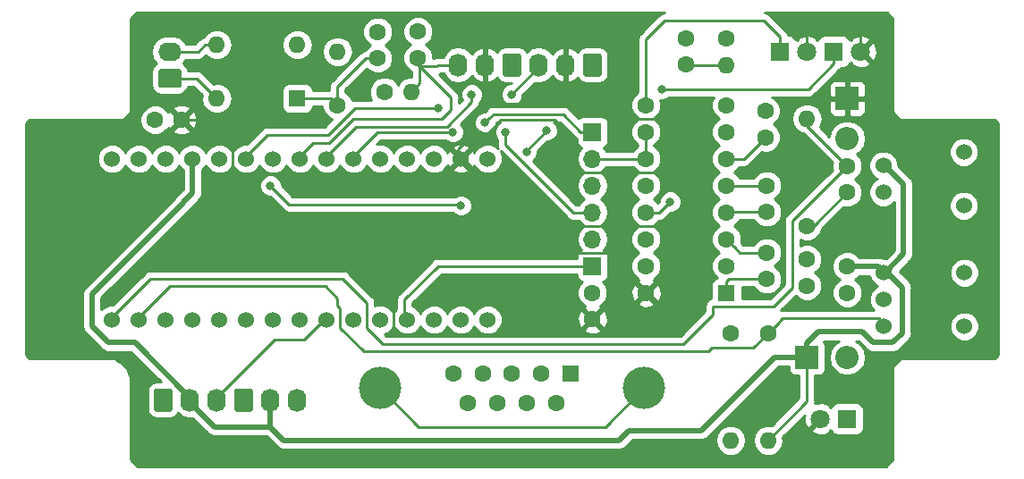
<source format=gbr>
G04 #@! TF.GenerationSoftware,KiCad,Pcbnew,5.0.2-bee76a0~70~ubuntu18.04.1*
G04 #@! TF.CreationDate,2020-01-29T22:32:52+01:00*
G04 #@! TF.ProjectId,opto_board,6f70746f-5f62-46f6-9172-642e6b696361,rev?*
G04 #@! TF.SameCoordinates,Original*
G04 #@! TF.FileFunction,Copper,L2,Bot*
G04 #@! TF.FilePolarity,Positive*
%FSLAX46Y46*%
G04 Gerber Fmt 4.6, Leading zero omitted, Abs format (unit mm)*
G04 Created by KiCad (PCBNEW 5.0.2-bee76a0~70~ubuntu18.04.1) date ons 29 jan 2020 22:32:52*
%MOMM*%
%LPD*%
G01*
G04 APERTURE LIST*
G04 #@! TA.AperFunction,ComponentPad*
%ADD10C,1.600000*%
G04 #@! TD*
G04 #@! TA.AperFunction,ComponentPad*
%ADD11O,1.600000X1.600000*%
G04 #@! TD*
G04 #@! TA.AperFunction,Conductor*
%ADD12C,0.100000*%
G04 #@! TD*
G04 #@! TA.AperFunction,ComponentPad*
%ADD13C,1.740000*%
G04 #@! TD*
G04 #@! TA.AperFunction,ComponentPad*
%ADD14O,2.200000X1.740000*%
G04 #@! TD*
G04 #@! TA.AperFunction,ComponentPad*
%ADD15R,1.600000X1.600000*%
G04 #@! TD*
G04 #@! TA.AperFunction,ComponentPad*
%ADD16O,1.740000X2.200000*%
G04 #@! TD*
G04 #@! TA.AperFunction,ComponentPad*
%ADD17C,1.524000*%
G04 #@! TD*
G04 #@! TA.AperFunction,ComponentPad*
%ADD18R,2.200000X2.200000*%
G04 #@! TD*
G04 #@! TA.AperFunction,ComponentPad*
%ADD19O,2.200000X2.200000*%
G04 #@! TD*
G04 #@! TA.AperFunction,ComponentPad*
%ADD20R,1.800000X1.800000*%
G04 #@! TD*
G04 #@! TA.AperFunction,ComponentPad*
%ADD21C,1.800000*%
G04 #@! TD*
G04 #@! TA.AperFunction,ComponentPad*
%ADD22C,4.000000*%
G04 #@! TD*
G04 #@! TA.AperFunction,ComponentPad*
%ADD23O,1.700000X1.700000*%
G04 #@! TD*
G04 #@! TA.AperFunction,ComponentPad*
%ADD24R,1.700000X1.700000*%
G04 #@! TD*
G04 #@! TA.AperFunction,ViaPad*
%ADD25C,0.800000*%
G04 #@! TD*
G04 #@! TA.AperFunction,Conductor*
%ADD26C,0.250000*%
G04 #@! TD*
G04 #@! TA.AperFunction,Conductor*
%ADD27C,0.500000*%
G04 #@! TD*
G04 #@! TA.AperFunction,Conductor*
%ADD28C,0.254000*%
G04 #@! TD*
G04 APERTURE END LIST*
D10*
G04 #@! TO.P,C11,1*
G04 #@! TO.N,GND*
X138303000Y-76748000D03*
G04 #@! TO.P,C11,2*
G04 #@! TO.N,Net-(C11-Pad2)*
X138303000Y-79248000D03*
G04 #@! TD*
G04 #@! TO.P,C1,1*
G04 #@! TO.N,GND*
X101600000Y-69255000D03*
G04 #@! TO.P,C1,2*
G04 #@! TO.N,Net-(C1-Pad2)*
X101600000Y-71755000D03*
G04 #@! TD*
G04 #@! TO.P,R1,1*
G04 #@! TO.N,Net-(C1-Pad2)*
X97790000Y-76200000D03*
D11*
G04 #@! TO.P,R1,2*
G04 #@! TO.N,GND*
X97790000Y-71120000D03*
G04 #@! TD*
D12*
G04 #@! TO.N,Net-(D7-Pad4)*
G04 #@! TO.C,J1*
G36*
X82789505Y-72791204D02*
X82813773Y-72794804D01*
X82837572Y-72800765D01*
X82860671Y-72809030D01*
X82882850Y-72819520D01*
X82903893Y-72832132D01*
X82923599Y-72846747D01*
X82941777Y-72863223D01*
X82958253Y-72881401D01*
X82972868Y-72901107D01*
X82985480Y-72922150D01*
X82995970Y-72944329D01*
X83004235Y-72967428D01*
X83010196Y-72991227D01*
X83013796Y-73015495D01*
X83015000Y-73039999D01*
X83015000Y-74280001D01*
X83013796Y-74304505D01*
X83010196Y-74328773D01*
X83004235Y-74352572D01*
X82995970Y-74375671D01*
X82985480Y-74397850D01*
X82972868Y-74418893D01*
X82958253Y-74438599D01*
X82941777Y-74456777D01*
X82923599Y-74473253D01*
X82903893Y-74487868D01*
X82882850Y-74500480D01*
X82860671Y-74510970D01*
X82837572Y-74519235D01*
X82813773Y-74525196D01*
X82789505Y-74528796D01*
X82765001Y-74530000D01*
X81064999Y-74530000D01*
X81040495Y-74528796D01*
X81016227Y-74525196D01*
X80992428Y-74519235D01*
X80969329Y-74510970D01*
X80947150Y-74500480D01*
X80926107Y-74487868D01*
X80906401Y-74473253D01*
X80888223Y-74456777D01*
X80871747Y-74438599D01*
X80857132Y-74418893D01*
X80844520Y-74397850D01*
X80834030Y-74375671D01*
X80825765Y-74352572D01*
X80819804Y-74328773D01*
X80816204Y-74304505D01*
X80815000Y-74280001D01*
X80815000Y-73039999D01*
X80816204Y-73015495D01*
X80819804Y-72991227D01*
X80825765Y-72967428D01*
X80834030Y-72944329D01*
X80844520Y-72922150D01*
X80857132Y-72901107D01*
X80871747Y-72881401D01*
X80888223Y-72863223D01*
X80906401Y-72846747D01*
X80926107Y-72832132D01*
X80947150Y-72819520D01*
X80969329Y-72809030D01*
X80992428Y-72800765D01*
X81016227Y-72794804D01*
X81040495Y-72791204D01*
X81064999Y-72790000D01*
X82765001Y-72790000D01*
X82789505Y-72791204D01*
X82789505Y-72791204D01*
G37*
D13*
G04 #@! TD*
G04 #@! TO.P,J1,1*
G04 #@! TO.N,Net-(D7-Pad4)*
X81915000Y-73660000D03*
D14*
G04 #@! TO.P,J1,2*
G04 #@! TO.N,Net-(D7-Pad3)*
X81915000Y-71120000D03*
G04 #@! TD*
D11*
G04 #@! TO.P,D7,4*
G04 #@! TO.N,Net-(D7-Pad4)*
X86360000Y-75565000D03*
G04 #@! TO.P,D7,2*
G04 #@! TO.N,GND*
X93980000Y-70485000D03*
G04 #@! TO.P,D7,3*
G04 #@! TO.N,Net-(D7-Pad3)*
X86360000Y-70485000D03*
D15*
G04 #@! TO.P,D7,1*
G04 #@! TO.N,Net-(C1-Pad2)*
X93980000Y-75565000D03*
G04 #@! TD*
D12*
G04 #@! TO.N,GND*
G04 #@! TO.C,J8*
G36*
X114944505Y-71291204D02*
X114968773Y-71294804D01*
X114992572Y-71300765D01*
X115015671Y-71309030D01*
X115037850Y-71319520D01*
X115058893Y-71332132D01*
X115078599Y-71346747D01*
X115096777Y-71363223D01*
X115113253Y-71381401D01*
X115127868Y-71401107D01*
X115140480Y-71422150D01*
X115150970Y-71444329D01*
X115159235Y-71467428D01*
X115165196Y-71491227D01*
X115168796Y-71515495D01*
X115170000Y-71539999D01*
X115170000Y-73240001D01*
X115168796Y-73264505D01*
X115165196Y-73288773D01*
X115159235Y-73312572D01*
X115150970Y-73335671D01*
X115140480Y-73357850D01*
X115127868Y-73378893D01*
X115113253Y-73398599D01*
X115096777Y-73416777D01*
X115078599Y-73433253D01*
X115058893Y-73447868D01*
X115037850Y-73460480D01*
X115015671Y-73470970D01*
X114992572Y-73479235D01*
X114968773Y-73485196D01*
X114944505Y-73488796D01*
X114920001Y-73490000D01*
X113679999Y-73490000D01*
X113655495Y-73488796D01*
X113631227Y-73485196D01*
X113607428Y-73479235D01*
X113584329Y-73470970D01*
X113562150Y-73460480D01*
X113541107Y-73447868D01*
X113521401Y-73433253D01*
X113503223Y-73416777D01*
X113486747Y-73398599D01*
X113472132Y-73378893D01*
X113459520Y-73357850D01*
X113449030Y-73335671D01*
X113440765Y-73312572D01*
X113434804Y-73288773D01*
X113431204Y-73264505D01*
X113430000Y-73240001D01*
X113430000Y-71539999D01*
X113431204Y-71515495D01*
X113434804Y-71491227D01*
X113440765Y-71467428D01*
X113449030Y-71444329D01*
X113459520Y-71422150D01*
X113472132Y-71401107D01*
X113486747Y-71381401D01*
X113503223Y-71363223D01*
X113521401Y-71346747D01*
X113541107Y-71332132D01*
X113562150Y-71319520D01*
X113584329Y-71309030D01*
X113607428Y-71300765D01*
X113631227Y-71294804D01*
X113655495Y-71291204D01*
X113679999Y-71290000D01*
X114920001Y-71290000D01*
X114944505Y-71291204D01*
X114944505Y-71291204D01*
G37*
D13*
G04 #@! TD*
G04 #@! TO.P,J8,1*
G04 #@! TO.N,GND*
X114300000Y-72390000D03*
D16*
G04 #@! TO.P,J8,2*
G04 #@! TO.N,+3V3*
X111760000Y-72390000D03*
G04 #@! TO.P,J8,3*
G04 #@! TO.N,Net-(C9-Pad2)*
X109220000Y-72390000D03*
G04 #@! TD*
D11*
G04 #@! TO.P,R8,2*
G04 #@! TO.N,Net-(C9-Pad2)*
X104775000Y-74930000D03*
D10*
G04 #@! TO.P,R8,1*
G04 #@! TO.N,GND*
X102235000Y-74930000D03*
G04 #@! TD*
G04 #@! TO.P,R9,1*
G04 #@! TO.N,GND*
X134620000Y-69850000D03*
D11*
G04 #@! TO.P,R9,2*
G04 #@! TO.N,Net-(C10-Pad2)*
X134620000Y-72390000D03*
G04 #@! TD*
D10*
G04 #@! TO.P,C10,2*
G04 #@! TO.N,Net-(C10-Pad2)*
X130810000Y-72350000D03*
G04 #@! TO.P,C10,1*
G04 #@! TO.N,GND*
X130810000Y-69850000D03*
G04 #@! TD*
G04 #@! TO.P,C9,1*
G04 #@! TO.N,GND*
X105410000Y-69215000D03*
G04 #@! TO.P,C9,2*
G04 #@! TO.N,Net-(C9-Pad2)*
X105410000Y-71715000D03*
G04 #@! TD*
D17*
G04 #@! TO.P,U2,1*
G04 #@! TO.N,Net-(C3-Pad2)*
X76450000Y-96520000D03*
G04 #@! TO.P,U2,2*
G04 #@! TO.N,Net-(R2-Pad1)*
X78990000Y-96520000D03*
G04 #@! TO.P,U2,3*
G04 #@! TO.N,Net-(U2-Pad3)*
X81530000Y-96520000D03*
G04 #@! TO.P,U2,4*
G04 #@! TO.N,GND*
X84070000Y-96520000D03*
G04 #@! TO.P,U2,5*
G04 #@! TO.N,Net-(U2-Pad5)*
X86610000Y-96520000D03*
G04 #@! TO.P,U2,6*
G04 #@! TO.N,Net-(U2-Pad6)*
X89150000Y-96520000D03*
G04 #@! TO.P,U2,7*
G04 #@! TO.N,Net-(U2-Pad7)*
X91690000Y-96520000D03*
G04 #@! TO.P,U2,8*
G04 #@! TO.N,Net-(U2-Pad8)*
X94230000Y-96520000D03*
G04 #@! TO.P,U2,9*
G04 #@! TO.N,Net-(J6-Pad3)*
X96770000Y-96520000D03*
G04 #@! TO.P,U2,10*
G04 #@! TO.N,Net-(U2-Pad10)*
X99310000Y-96520000D03*
G04 #@! TO.P,U2,11*
G04 #@! TO.N,Net-(U2-Pad11)*
X101850000Y-96520000D03*
G04 #@! TO.P,U2,12*
G04 #@! TO.N,Net-(J4-Pad1)*
X104390000Y-96520000D03*
G04 #@! TO.P,U2,13*
G04 #@! TO.N,Net-(U2-Pad13)*
X106930000Y-96520000D03*
G04 #@! TO.P,U2,14*
G04 #@! TO.N,Net-(J7-Pad3)*
X109470000Y-96520000D03*
G04 #@! TO.P,U2,15*
G04 #@! TO.N,Net-(U2-Pad15)*
X112010000Y-96520000D03*
G04 #@! TO.P,U2,16*
G04 #@! TO.N,Net-(U2-Pad16)*
X112010000Y-81280000D03*
G04 #@! TO.P,U2,17*
G04 #@! TO.N,+3V3*
X109470000Y-81280000D03*
G04 #@! TO.P,U2,18*
G04 #@! TO.N,Net-(U2-Pad18)*
X106930000Y-81280000D03*
G04 #@! TO.P,U2,19*
G04 #@! TO.N,Net-(D12-Pad1)*
X104390000Y-81280000D03*
G04 #@! TO.P,U2,20*
G04 #@! TO.N,Net-(C1-Pad2)*
X101850000Y-81280000D03*
G04 #@! TO.P,U2,21*
G04 #@! TO.N,Net-(J4-Pad3)*
X99310000Y-81280000D03*
G04 #@! TO.P,U2,22*
G04 #@! TO.N,Net-(C10-Pad2)*
X96770000Y-81280000D03*
G04 #@! TO.P,U2,23*
G04 #@! TO.N,Net-(C9-Pad2)*
X94230000Y-81280000D03*
G04 #@! TO.P,U2,24*
G04 #@! TO.N,Net-(U2-Pad24)*
X91690000Y-81280000D03*
G04 #@! TO.P,U2,25*
G04 #@! TO.N,Net-(J5-Pad1)*
X89150000Y-81280000D03*
G04 #@! TO.P,U2,26*
G04 #@! TO.N,Net-(J5-Pad3)*
X86610000Y-81280000D03*
G04 #@! TO.P,U2,27*
G04 #@! TO.N,+5V*
X84070000Y-81280000D03*
G04 #@! TO.P,U2,28*
G04 #@! TO.N,Net-(U2-Pad28)*
X81530000Y-81280000D03*
G04 #@! TO.P,U2,29*
G04 #@! TO.N,GND*
X78990000Y-81280000D03*
G04 #@! TO.P,U2,30*
G04 #@! TO.N,Net-(U2-Pad30)*
X76450000Y-81280000D03*
G04 #@! TD*
G04 #@! TO.P,TX1,1*
G04 #@! TO.N,+5V*
X149460000Y-81915000D03*
G04 #@! TO.P,TX1,2*
G04 #@! TO.N,Net-(C3-Pad1)*
X149460000Y-84455000D03*
G04 #@! TO.P,TX1,3*
G04 #@! TO.N,Net-(TX1-Pad3)*
X157080000Y-80645000D03*
G04 #@! TO.P,TX1,4*
G04 #@! TO.N,Net-(TX1-Pad4)*
X157080000Y-85725000D03*
G04 #@! TD*
D16*
G04 #@! TO.P,J9,3*
G04 #@! TO.N,Net-(C10-Pad2)*
X116840000Y-72390000D03*
G04 #@! TO.P,J9,2*
G04 #@! TO.N,+3V3*
X119380000Y-72390000D03*
D12*
G04 #@! TD*
G04 #@! TO.N,GND*
G04 #@! TO.C,J9*
G36*
X122564505Y-71291204D02*
X122588773Y-71294804D01*
X122612572Y-71300765D01*
X122635671Y-71309030D01*
X122657850Y-71319520D01*
X122678893Y-71332132D01*
X122698599Y-71346747D01*
X122716777Y-71363223D01*
X122733253Y-71381401D01*
X122747868Y-71401107D01*
X122760480Y-71422150D01*
X122770970Y-71444329D01*
X122779235Y-71467428D01*
X122785196Y-71491227D01*
X122788796Y-71515495D01*
X122790000Y-71539999D01*
X122790000Y-73240001D01*
X122788796Y-73264505D01*
X122785196Y-73288773D01*
X122779235Y-73312572D01*
X122770970Y-73335671D01*
X122760480Y-73357850D01*
X122747868Y-73378893D01*
X122733253Y-73398599D01*
X122716777Y-73416777D01*
X122698599Y-73433253D01*
X122678893Y-73447868D01*
X122657850Y-73460480D01*
X122635671Y-73470970D01*
X122612572Y-73479235D01*
X122588773Y-73485196D01*
X122564505Y-73488796D01*
X122540001Y-73490000D01*
X121299999Y-73490000D01*
X121275495Y-73488796D01*
X121251227Y-73485196D01*
X121227428Y-73479235D01*
X121204329Y-73470970D01*
X121182150Y-73460480D01*
X121161107Y-73447868D01*
X121141401Y-73433253D01*
X121123223Y-73416777D01*
X121106747Y-73398599D01*
X121092132Y-73378893D01*
X121079520Y-73357850D01*
X121069030Y-73335671D01*
X121060765Y-73312572D01*
X121054804Y-73288773D01*
X121051204Y-73264505D01*
X121050000Y-73240001D01*
X121050000Y-71539999D01*
X121051204Y-71515495D01*
X121054804Y-71491227D01*
X121060765Y-71467428D01*
X121069030Y-71444329D01*
X121079520Y-71422150D01*
X121092132Y-71401107D01*
X121106747Y-71381401D01*
X121123223Y-71363223D01*
X121141401Y-71346747D01*
X121161107Y-71332132D01*
X121182150Y-71319520D01*
X121204329Y-71309030D01*
X121227428Y-71300765D01*
X121251227Y-71294804D01*
X121275495Y-71291204D01*
X121299999Y-71290000D01*
X122540001Y-71290000D01*
X122564505Y-71291204D01*
X122564505Y-71291204D01*
G37*
D13*
G04 #@! TO.P,J9,1*
G04 #@! TO.N,GND*
X121920000Y-72390000D03*
G04 #@! TD*
D16*
G04 #@! TO.P,J7,3*
G04 #@! TO.N,Net-(J7-Pad3)*
X93980000Y-104140000D03*
G04 #@! TO.P,J7,2*
G04 #@! TO.N,+5V*
X91440000Y-104140000D03*
D12*
G04 #@! TD*
G04 #@! TO.N,GND*
G04 #@! TO.C,J7*
G36*
X89544505Y-103041204D02*
X89568773Y-103044804D01*
X89592572Y-103050765D01*
X89615671Y-103059030D01*
X89637850Y-103069520D01*
X89658893Y-103082132D01*
X89678599Y-103096747D01*
X89696777Y-103113223D01*
X89713253Y-103131401D01*
X89727868Y-103151107D01*
X89740480Y-103172150D01*
X89750970Y-103194329D01*
X89759235Y-103217428D01*
X89765196Y-103241227D01*
X89768796Y-103265495D01*
X89770000Y-103289999D01*
X89770000Y-104990001D01*
X89768796Y-105014505D01*
X89765196Y-105038773D01*
X89759235Y-105062572D01*
X89750970Y-105085671D01*
X89740480Y-105107850D01*
X89727868Y-105128893D01*
X89713253Y-105148599D01*
X89696777Y-105166777D01*
X89678599Y-105183253D01*
X89658893Y-105197868D01*
X89637850Y-105210480D01*
X89615671Y-105220970D01*
X89592572Y-105229235D01*
X89568773Y-105235196D01*
X89544505Y-105238796D01*
X89520001Y-105240000D01*
X88279999Y-105240000D01*
X88255495Y-105238796D01*
X88231227Y-105235196D01*
X88207428Y-105229235D01*
X88184329Y-105220970D01*
X88162150Y-105210480D01*
X88141107Y-105197868D01*
X88121401Y-105183253D01*
X88103223Y-105166777D01*
X88086747Y-105148599D01*
X88072132Y-105128893D01*
X88059520Y-105107850D01*
X88049030Y-105085671D01*
X88040765Y-105062572D01*
X88034804Y-105038773D01*
X88031204Y-105014505D01*
X88030000Y-104990001D01*
X88030000Y-103289999D01*
X88031204Y-103265495D01*
X88034804Y-103241227D01*
X88040765Y-103217428D01*
X88049030Y-103194329D01*
X88059520Y-103172150D01*
X88072132Y-103151107D01*
X88086747Y-103131401D01*
X88103223Y-103113223D01*
X88121401Y-103096747D01*
X88141107Y-103082132D01*
X88162150Y-103069520D01*
X88184329Y-103059030D01*
X88207428Y-103050765D01*
X88231227Y-103044804D01*
X88255495Y-103041204D01*
X88279999Y-103040000D01*
X89520001Y-103040000D01*
X89544505Y-103041204D01*
X89544505Y-103041204D01*
G37*
D13*
G04 #@! TO.P,J7,1*
G04 #@! TO.N,GND*
X88900000Y-104140000D03*
G04 #@! TD*
D12*
G04 #@! TO.N,GND*
G04 #@! TO.C,J6*
G36*
X81924505Y-103041204D02*
X81948773Y-103044804D01*
X81972572Y-103050765D01*
X81995671Y-103059030D01*
X82017850Y-103069520D01*
X82038893Y-103082132D01*
X82058599Y-103096747D01*
X82076777Y-103113223D01*
X82093253Y-103131401D01*
X82107868Y-103151107D01*
X82120480Y-103172150D01*
X82130970Y-103194329D01*
X82139235Y-103217428D01*
X82145196Y-103241227D01*
X82148796Y-103265495D01*
X82150000Y-103289999D01*
X82150000Y-104990001D01*
X82148796Y-105014505D01*
X82145196Y-105038773D01*
X82139235Y-105062572D01*
X82130970Y-105085671D01*
X82120480Y-105107850D01*
X82107868Y-105128893D01*
X82093253Y-105148599D01*
X82076777Y-105166777D01*
X82058599Y-105183253D01*
X82038893Y-105197868D01*
X82017850Y-105210480D01*
X81995671Y-105220970D01*
X81972572Y-105229235D01*
X81948773Y-105235196D01*
X81924505Y-105238796D01*
X81900001Y-105240000D01*
X80659999Y-105240000D01*
X80635495Y-105238796D01*
X80611227Y-105235196D01*
X80587428Y-105229235D01*
X80564329Y-105220970D01*
X80542150Y-105210480D01*
X80521107Y-105197868D01*
X80501401Y-105183253D01*
X80483223Y-105166777D01*
X80466747Y-105148599D01*
X80452132Y-105128893D01*
X80439520Y-105107850D01*
X80429030Y-105085671D01*
X80420765Y-105062572D01*
X80414804Y-105038773D01*
X80411204Y-105014505D01*
X80410000Y-104990001D01*
X80410000Y-103289999D01*
X80411204Y-103265495D01*
X80414804Y-103241227D01*
X80420765Y-103217428D01*
X80429030Y-103194329D01*
X80439520Y-103172150D01*
X80452132Y-103151107D01*
X80466747Y-103131401D01*
X80483223Y-103113223D01*
X80501401Y-103096747D01*
X80521107Y-103082132D01*
X80542150Y-103069520D01*
X80564329Y-103059030D01*
X80587428Y-103050765D01*
X80611227Y-103044804D01*
X80635495Y-103041204D01*
X80659999Y-103040000D01*
X81900001Y-103040000D01*
X81924505Y-103041204D01*
X81924505Y-103041204D01*
G37*
D13*
G04 #@! TD*
G04 #@! TO.P,J6,1*
G04 #@! TO.N,GND*
X81280000Y-104140000D03*
D16*
G04 #@! TO.P,J6,2*
G04 #@! TO.N,+5V*
X83820000Y-104140000D03*
G04 #@! TO.P,J6,3*
G04 #@! TO.N,Net-(J6-Pad3)*
X86360000Y-104140000D03*
G04 #@! TD*
D10*
G04 #@! TO.P,C5,1*
G04 #@! TO.N,GND*
X121920000Y-93980000D03*
G04 #@! TO.P,C5,2*
G04 #@! TO.N,+3V3*
X121920000Y-96480000D03*
G04 #@! TD*
D18*
G04 #@! TO.P,D8,1*
G04 #@! TO.N,+5V*
X142240000Y-100076000D03*
D19*
G04 #@! TO.P,D8,2*
G04 #@! TO.N,GND*
X146050000Y-100076000D03*
G04 #@! TD*
D18*
G04 #@! TO.P,D4,1*
G04 #@! TO.N,+3V3*
X146050000Y-75565000D03*
D19*
G04 #@! TO.P,D4,2*
G04 #@! TO.N,GND*
X146050000Y-79375000D03*
G04 #@! TD*
D20*
G04 #@! TO.P,D2,1*
G04 #@! TO.N,GND*
X146050000Y-105918000D03*
D21*
G04 #@! TO.P,D2,2*
G04 #@! TO.N,+3V3*
X143510000Y-105918000D03*
G04 #@! TD*
G04 #@! TO.P,D12,2*
G04 #@! TO.N,+3V3*
X147320000Y-71120000D03*
D20*
G04 #@! TO.P,D12,1*
G04 #@! TO.N,Net-(D12-Pad1)*
X144780000Y-71120000D03*
G04 #@! TD*
D10*
G04 #@! TO.P,R4,1*
G04 #@! TO.N,Net-(J2-Pad0)*
X135001000Y-97790000D03*
D11*
G04 #@! TO.P,R4,2*
G04 #@! TO.N,GND*
X135001000Y-107950000D03*
G04 #@! TD*
D21*
G04 #@! TO.P,D6,2*
G04 #@! TO.N,+3V3*
X142240000Y-71120000D03*
D20*
G04 #@! TO.P,D6,1*
G04 #@! TO.N,Net-(D6-Pad1)*
X139700000Y-71120000D03*
G04 #@! TD*
D10*
G04 #@! TO.P,C7,1*
G04 #@! TO.N,Net-(C7-Pad1)*
X138430000Y-83820000D03*
G04 #@! TO.P,C7,2*
G04 #@! TO.N,Net-(C7-Pad2)*
X138430000Y-86320000D03*
G04 #@! TD*
G04 #@! TO.P,C8,2*
G04 #@! TO.N,Net-(C8-Pad2)*
X142240000Y-93305000D03*
G04 #@! TO.P,C8,1*
G04 #@! TO.N,GND*
X142240000Y-90805000D03*
G04 #@! TD*
G04 #@! TO.P,C6,1*
G04 #@! TO.N,Net-(C6-Pad1)*
X138430000Y-90170000D03*
G04 #@! TO.P,C6,2*
G04 #@! TO.N,Net-(C6-Pad2)*
X138430000Y-92670000D03*
G04 #@! TD*
G04 #@! TO.P,C4,2*
G04 #@! TO.N,+3V3*
X83018000Y-77597000D03*
G04 #@! TO.P,C4,1*
G04 #@! TO.N,GND*
X80518000Y-77597000D03*
G04 #@! TD*
G04 #@! TO.P,C2,1*
G04 #@! TO.N,GND*
X146050000Y-93980000D03*
G04 #@! TO.P,C2,2*
G04 #@! TO.N,+5V*
X146050000Y-91480000D03*
G04 #@! TD*
D15*
G04 #@! TO.P,J2,1*
G04 #@! TO.N,Net-(J2-Pad1)*
X119840000Y-101600000D03*
D10*
G04 #@! TO.P,J2,2*
G04 #@! TO.N,Net-(J2-Pad2)*
X117070000Y-101600000D03*
G04 #@! TO.P,J2,3*
G04 #@! TO.N,Net-(J2-Pad3)*
X114300000Y-101600000D03*
G04 #@! TO.P,J2,4*
G04 #@! TO.N,Net-(J2-Pad4)*
X111530000Y-101600000D03*
G04 #@! TO.P,J2,5*
G04 #@! TO.N,GND*
X108760000Y-101600000D03*
G04 #@! TO.P,J2,6*
G04 #@! TO.N,Net-(J2-Pad6)*
X118455000Y-104440000D03*
G04 #@! TO.P,J2,7*
G04 #@! TO.N,Net-(J2-Pad7)*
X115685000Y-104440000D03*
G04 #@! TO.P,J2,8*
G04 #@! TO.N,Net-(J2-Pad8)*
X112915000Y-104440000D03*
G04 #@! TO.P,J2,9*
G04 #@! TO.N,Net-(J2-Pad9)*
X110145000Y-104440000D03*
D22*
G04 #@! TO.P,J2,0*
G04 #@! TO.N,Net-(J2-Pad0)*
X101800000Y-103020000D03*
X126800000Y-103020000D03*
G04 #@! TD*
D23*
G04 #@! TO.P,J4,3*
G04 #@! TO.N,Net-(J4-Pad3)*
X121920000Y-86360000D03*
G04 #@! TO.P,J4,2*
G04 #@! TO.N,Net-(J4-Pad2)*
X121920000Y-88900000D03*
D24*
G04 #@! TO.P,J4,1*
G04 #@! TO.N,Net-(J4-Pad1)*
X121920000Y-91440000D03*
G04 #@! TD*
G04 #@! TO.P,J5,1*
G04 #@! TO.N,Net-(J5-Pad1)*
X121920000Y-78740000D03*
D23*
G04 #@! TO.P,J5,2*
G04 #@! TO.N,Net-(J5-Pad2)*
X121920000Y-81280000D03*
G04 #@! TO.P,J5,3*
G04 #@! TO.N,Net-(J5-Pad3)*
X121920000Y-83820000D03*
G04 #@! TD*
D11*
G04 #@! TO.P,R2,2*
G04 #@! TO.N,+5V*
X138557000Y-107950000D03*
D10*
G04 #@! TO.P,R2,1*
G04 #@! TO.N,Net-(R2-Pad1)*
X138557000Y-97790000D03*
G04 #@! TD*
D15*
G04 #@! TO.P,U1,1*
G04 #@! TO.N,Net-(C6-Pad2)*
X134620000Y-93980000D03*
D10*
G04 #@! TO.P,U1,2*
G04 #@! TO.N,Net-(C8-Pad2)*
X134620000Y-91440000D03*
G04 #@! TO.P,U1,3*
G04 #@! TO.N,Net-(C6-Pad1)*
X134620000Y-88900000D03*
G04 #@! TO.P,U1,4*
G04 #@! TO.N,Net-(C7-Pad2)*
X134620000Y-86360000D03*
G04 #@! TO.P,U1,5*
G04 #@! TO.N,Net-(C7-Pad1)*
X134620000Y-83820000D03*
G04 #@! TO.P,U1,6*
G04 #@! TO.N,Net-(C11-Pad2)*
X134620000Y-81280000D03*
G04 #@! TO.P,U1,7*
G04 #@! TO.N,Net-(U1-Pad7)*
X134620000Y-78740000D03*
G04 #@! TO.P,U1,10*
G04 #@! TO.N,Net-(J5-Pad2)*
X127000000Y-78740000D03*
G04 #@! TO.P,U1,11*
X127000000Y-81280000D03*
G04 #@! TO.P,U1,12*
G04 #@! TO.N,Net-(J4-Pad2)*
X127000000Y-83820000D03*
G04 #@! TO.P,U1,13*
G04 #@! TO.N,Net-(J2-Pad2)*
X127000000Y-86360000D03*
G04 #@! TO.P,U1,14*
G04 #@! TO.N,Net-(J2-Pad3)*
X127000000Y-88900000D03*
G04 #@! TO.P,U1,15*
G04 #@! TO.N,GND*
X127000000Y-91440000D03*
G04 #@! TO.P,U1,16*
G04 #@! TO.N,+3V3*
X127000000Y-93980000D03*
G04 #@! TO.P,U1,8*
G04 #@! TO.N,Net-(J2-Pad2)*
X134620000Y-76200000D03*
G04 #@! TO.P,U1,9*
G04 #@! TO.N,Net-(D6-Pad1)*
X127000000Y-76200000D03*
G04 #@! TD*
G04 #@! TO.P,C3,2*
G04 #@! TO.N,Net-(C3-Pad2)*
X146050000Y-81955000D03*
G04 #@! TO.P,C3,1*
G04 #@! TO.N,Net-(C3-Pad1)*
X146050000Y-84455000D03*
G04 #@! TD*
G04 #@! TO.P,R3,1*
G04 #@! TO.N,Net-(C3-Pad1)*
X142240000Y-87630000D03*
D11*
G04 #@! TO.P,R3,2*
G04 #@! TO.N,Net-(C3-Pad2)*
X142240000Y-77470000D03*
G04 #@! TD*
D17*
G04 #@! TO.P,RX1,1*
G04 #@! TO.N,+5V*
X149510000Y-92075000D03*
G04 #@! TO.P,RX1,2*
G04 #@! TO.N,GND*
X149510000Y-94615000D03*
G04 #@! TO.P,RX1,3*
G04 #@! TO.N,Net-(R2-Pad1)*
X149510000Y-97155000D03*
G04 #@! TO.P,RX1,4*
G04 #@! TO.N,Net-(RX1-Pad4)*
X157130000Y-92075000D03*
G04 #@! TO.P,RX1,5*
G04 #@! TO.N,Net-(RX1-Pad5)*
X157130000Y-97155000D03*
G04 #@! TD*
D25*
G04 #@! TO.N,Net-(J4-Pad3)*
X108712000Y-78740000D03*
X113665000Y-78740000D03*
G04 #@! TO.N,Net-(J5-Pad1)*
X111760000Y-77851000D03*
X107315000Y-76454000D03*
G04 #@! TO.N,Net-(J5-Pad3)*
X91440000Y-83820000D03*
X109474000Y-85725002D03*
G04 #@! TO.N,Net-(J2-Pad2)*
X129286000Y-85344000D03*
G04 #@! TO.N,Net-(D12-Pad1)*
X117602000Y-78612998D03*
X128466323Y-74676000D03*
X115679208Y-80608010D03*
G04 #@! TO.N,Net-(C10-Pad2)*
X110490000Y-75184000D03*
X114276000Y-75184000D03*
G04 #@! TD*
D26*
G04 #@! TO.N,Net-(C3-Pad1)*
X142875000Y-87630000D02*
X142240000Y-87630000D01*
X146050000Y-84455000D02*
X142875000Y-87630000D01*
G04 #@! TO.N,Net-(C3-Pad2)*
X142240000Y-78145000D02*
X142240000Y-77470000D01*
X146050000Y-81955000D02*
X142240000Y-78145000D01*
X129286000Y-98806000D02*
X128270000Y-98806000D01*
X140843000Y-87162000D02*
X140843000Y-93472000D01*
X146050000Y-81955000D02*
X140843000Y-87162000D01*
X130557410Y-98806000D02*
X128270000Y-98806000D01*
X133350000Y-96013410D02*
X130557410Y-98806000D01*
X133350000Y-95250000D02*
X133350000Y-96013410D01*
X140843000Y-93472000D02*
X139065000Y-95250000D01*
X139065000Y-95250000D02*
X133350000Y-95250000D01*
X76961999Y-95758001D02*
X76200000Y-96520000D01*
X102108000Y-98806000D02*
X100584000Y-97282000D01*
X80100001Y-92619999D02*
X76961999Y-95758001D01*
X128270000Y-98806000D02*
X102108000Y-98806000D01*
X100584000Y-97282000D02*
X100584000Y-94905999D01*
X100584000Y-94905999D02*
X98298000Y-92619999D01*
X98298000Y-92619999D02*
X80100001Y-92619999D01*
G04 #@! TO.N,+5V*
X142240000Y-102028000D02*
X142240000Y-100076000D01*
D27*
X86130000Y-106680000D02*
X83820000Y-104370000D01*
X91440000Y-106680000D02*
X86130000Y-106680000D01*
X91440000Y-104140000D02*
X91440000Y-106680000D01*
D26*
X83820000Y-104140000D02*
X83820000Y-103910000D01*
X142240000Y-104267000D02*
X142240000Y-103505000D01*
X138557000Y-107950000D02*
X142240000Y-104267000D01*
X142240000Y-102028000D02*
X142240000Y-103505000D01*
D27*
X132249999Y-107018001D02*
X139192000Y-100076000D01*
X125391999Y-107018001D02*
X132249999Y-107018001D01*
X139192000Y-100076000D02*
X142240000Y-100076000D01*
X124460000Y-107950000D02*
X125391999Y-107018001D01*
X91440000Y-106680000D02*
X92710000Y-107950000D01*
X92710000Y-107950000D02*
X124460000Y-107950000D01*
X149015000Y-91480000D02*
X149610000Y-92075000D01*
X146050000Y-91480000D02*
X149015000Y-91480000D01*
X151384000Y-83689000D02*
X149610000Y-81915000D01*
X151384000Y-84201000D02*
X151384000Y-83689000D01*
X78589000Y-98679000D02*
X83820000Y-103910000D01*
X76073000Y-98679000D02*
X78589000Y-98679000D01*
X84070000Y-81530000D02*
X84070000Y-84524370D01*
X74549000Y-97155000D02*
X76073000Y-98679000D01*
X83820000Y-81280000D02*
X84070000Y-81530000D01*
X84070000Y-84524370D02*
X83185000Y-85409370D01*
X74549000Y-94107000D02*
X74549000Y-97155000D01*
X83185000Y-85409370D02*
X83185000Y-85471000D01*
X83185000Y-85471000D02*
X74549000Y-94107000D01*
X151384000Y-90301000D02*
X151384000Y-84074000D01*
X149735000Y-91950000D02*
X151384000Y-90301000D01*
X151257000Y-93472000D02*
X149735000Y-91950000D01*
X151257000Y-97790000D02*
X151257000Y-93472000D01*
X142240000Y-98726000D02*
X143303000Y-97663000D01*
X142240000Y-100076000D02*
X142240000Y-98726000D01*
X143303000Y-97663000D02*
X147447000Y-97663000D01*
X147447000Y-97663000D02*
X148463000Y-98679000D01*
X148463000Y-98679000D02*
X150368000Y-98679000D01*
X150368000Y-98679000D02*
X151257000Y-97790000D01*
D26*
G04 #@! TO.N,Net-(J4-Pad1)*
X104140000Y-96520000D02*
X104140000Y-94615000D01*
X107315000Y-91440000D02*
X121920000Y-91440000D01*
X104140000Y-94615000D02*
X107315000Y-91440000D01*
G04 #@! TO.N,Net-(J4-Pad3)*
X101600000Y-78740000D02*
X99060000Y-81280000D01*
X108712000Y-78740000D02*
X101600000Y-78740000D01*
X121920000Y-86360000D02*
X120084315Y-86360000D01*
X120084315Y-86360000D02*
X113665000Y-79940685D01*
X113665000Y-79305685D02*
X113665000Y-78740000D01*
X113665000Y-79940685D02*
X113665000Y-79305685D01*
G04 #@! TO.N,Net-(J5-Pad1)*
X120820000Y-78740000D02*
X119150001Y-77070001D01*
X112540999Y-77070001D02*
X112159999Y-77451001D01*
X112159999Y-77451001D02*
X111760000Y-77851000D01*
X119150001Y-77070001D02*
X112540999Y-77070001D01*
X121920000Y-78740000D02*
X120820000Y-78740000D01*
X91186000Y-78994000D02*
X96901000Y-78994000D01*
X99441000Y-76454000D02*
X106749315Y-76454000D01*
X88900000Y-81280000D02*
X91186000Y-78994000D01*
X96901000Y-78994000D02*
X99441000Y-76454000D01*
X106749315Y-76454000D02*
X107315000Y-76454000D01*
G04 #@! TO.N,Net-(J5-Pad3)*
X109346998Y-85598000D02*
X109474000Y-85725002D01*
X91440000Y-83820000D02*
X93218000Y-85598000D01*
X93218000Y-85598000D02*
X109346998Y-85598000D01*
G04 #@! TO.N,Net-(C6-Pad2)*
X134620000Y-92930000D02*
X134620000Y-93980000D01*
X134880000Y-92670000D02*
X134620000Y-92930000D01*
X138430000Y-92670000D02*
X134880000Y-92670000D01*
G04 #@! TO.N,Net-(C6-Pad1)*
X135419999Y-89699999D02*
X134620000Y-88900000D01*
X135890000Y-90170000D02*
X135419999Y-89699999D01*
X138430000Y-90170000D02*
X135890000Y-90170000D01*
G04 #@! TO.N,Net-(C7-Pad2)*
X134660000Y-86320000D02*
X134620000Y-86360000D01*
X138430000Y-86320000D02*
X134660000Y-86320000D01*
G04 #@! TO.N,Net-(C7-Pad1)*
X137298630Y-83820000D02*
X134620000Y-83820000D01*
X138430000Y-83820000D02*
X137298630Y-83820000D01*
G04 #@! TO.N,Net-(J5-Pad2)*
X127000000Y-80148630D02*
X127000000Y-78740000D01*
X127000000Y-81280000D02*
X127000000Y-80148630D01*
X125868630Y-81280000D02*
X121920000Y-81280000D01*
X127000000Y-81280000D02*
X125868630Y-81280000D01*
G04 #@! TO.N,Net-(J2-Pad2)*
X127000000Y-86360000D02*
X128270000Y-86360000D01*
X128270000Y-86360000D02*
X128886001Y-85743999D01*
X128886001Y-85743999D02*
X129286000Y-85344000D01*
G04 #@! TO.N,Net-(J2-Pad0)*
X123140000Y-106680000D02*
X126800000Y-103020000D01*
X101800000Y-103020000D02*
X105460000Y-106680000D01*
X105460000Y-106680000D02*
X123140000Y-106680000D01*
G04 #@! TO.N,Net-(J6-Pad3)*
X86360000Y-103910000D02*
X86360000Y-104140000D01*
X91845000Y-98425000D02*
X86360000Y-103910000D01*
X94615000Y-98425000D02*
X91845000Y-98425000D01*
X96520000Y-96520000D02*
X94615000Y-98425000D01*
G04 #@! TO.N,Net-(D12-Pad1)*
X142374000Y-74676000D02*
X129032008Y-74676000D01*
X129032008Y-74676000D02*
X128466323Y-74676000D01*
X144780000Y-72270000D02*
X142374000Y-74676000D01*
X144780000Y-71120000D02*
X144780000Y-72270000D01*
X117602000Y-78612998D02*
X115679208Y-80535790D01*
X115679208Y-80535790D02*
X115679208Y-80608010D01*
G04 #@! TO.N,+3V3*
X128524000Y-87630000D02*
X125476000Y-87630000D01*
X129032000Y-88138000D02*
X128524000Y-87630000D01*
X127000000Y-93980000D02*
X129032000Y-91948000D01*
X129032000Y-91948000D02*
X129032000Y-88138000D01*
X129032000Y-88138000D02*
X129032000Y-87884000D01*
X129032000Y-87884000D02*
X130556000Y-86360000D01*
X124968000Y-77470000D02*
X128270000Y-77470000D01*
X128270000Y-77470000D02*
X128414999Y-77614999D01*
X125476000Y-92456000D02*
X127000000Y-93980000D01*
X109220000Y-81280000D02*
X115570000Y-87630000D01*
X125222000Y-87630000D02*
X125476000Y-87376000D01*
X115570000Y-87630000D02*
X125222000Y-87630000D01*
X125476000Y-90170000D02*
X119253000Y-90170000D01*
X125476000Y-90170000D02*
X125476000Y-92456000D01*
X125476000Y-87376000D02*
X125476000Y-90170000D01*
X122936000Y-82550000D02*
X123030999Y-82644999D01*
X120269000Y-82550000D02*
X122936000Y-82550000D01*
X109601000Y-81280000D02*
X113284000Y-77597000D01*
X109220000Y-81280000D02*
X109601000Y-81280000D01*
X113284000Y-77597000D02*
X118364000Y-77597000D01*
X118364000Y-77597000D02*
X119380000Y-78613000D01*
X119380000Y-78613000D02*
X119380000Y-81661000D01*
X119380000Y-81661000D02*
X120269000Y-82550000D01*
X128905000Y-82550000D02*
X124460000Y-82550000D01*
X142240000Y-71120000D02*
X142240000Y-68707000D01*
X147320000Y-71120000D02*
X147320000Y-68707000D01*
X119380000Y-72390000D02*
X119380000Y-73740000D01*
X117047000Y-76073000D02*
X111887000Y-76073000D01*
X119380000Y-73740000D02*
X117047000Y-76073000D01*
X109220000Y-80391000D02*
X109220000Y-81280000D01*
X110236000Y-79375000D02*
X109220000Y-80391000D01*
X111887000Y-76073000D02*
X111760000Y-76073000D01*
X110236000Y-77597000D02*
X110236000Y-79375000D01*
X111760000Y-76073000D02*
X110236000Y-77597000D01*
X111760000Y-72390000D02*
X111760000Y-76073000D01*
X84963000Y-77597000D02*
X83018000Y-77597000D01*
X87884000Y-80518000D02*
X84963000Y-77597000D01*
X87884000Y-82169000D02*
X87884000Y-80518000D01*
X93345000Y-87630000D02*
X87884000Y-82169000D01*
X103124000Y-97663000D02*
X103124000Y-87630000D01*
X103124000Y-87630000D02*
X93345000Y-87630000D01*
G04 #@! TO.N,Net-(D6-Pad1)*
X139700000Y-69723000D02*
X139700000Y-71120000D01*
X138176000Y-68199000D02*
X139700000Y-69723000D01*
X127000000Y-76200000D02*
X127000000Y-69977000D01*
X128778000Y-68199000D02*
X138176000Y-68199000D01*
X127000000Y-69977000D02*
X128778000Y-68199000D01*
G04 #@! TO.N,Net-(R2-Pad1)*
X81915000Y-93345000D02*
X78740000Y-96520000D01*
X96647000Y-93345000D02*
X81915000Y-93345000D01*
X97790000Y-94488000D02*
X96647000Y-93345000D01*
X97790000Y-94813001D02*
X97790000Y-94488000D01*
X139573000Y-96774000D02*
X138557000Y-97790000D01*
X149098001Y-96393001D02*
X149610000Y-97155000D01*
X138557000Y-97790000D02*
X139953999Y-96393001D01*
X139953999Y-96393001D02*
X149098001Y-96393001D01*
X97790000Y-95178999D02*
X97790000Y-94742000D01*
X98044000Y-95432999D02*
X97790000Y-95178999D01*
X137160000Y-99187000D02*
X133223000Y-99187000D01*
X133223000Y-99187000D02*
X132899990Y-99510010D01*
X138557000Y-97790000D02*
X137160000Y-99187000D01*
X132899990Y-99510010D02*
X100272010Y-99510010D01*
X98044000Y-97282000D02*
X98044000Y-95432999D01*
X100272010Y-99510010D02*
X98044000Y-97282000D01*
G04 #@! TO.N,Net-(C10-Pad2)*
X130850000Y-72390000D02*
X130810000Y-72350000D01*
X134620000Y-72390000D02*
X130850000Y-72390000D01*
X110490000Y-75749685D02*
X110490000Y-75184000D01*
X116840000Y-72390000D02*
X116840000Y-72620000D01*
X116840000Y-72620000D02*
X114276000Y-75184000D01*
X99568000Y-78232000D02*
X108134685Y-78232000D01*
X110490000Y-75876685D02*
X110490000Y-75749685D01*
X96520000Y-81280000D02*
X99568000Y-78232000D01*
X108134685Y-78232000D02*
X110490000Y-75876685D01*
X114276000Y-75184000D02*
X114276000Y-75184000D01*
G04 #@! TO.N,Net-(C9-Pad2)*
X107315000Y-72390000D02*
X109220000Y-72390000D01*
X105574999Y-72514999D02*
X104775000Y-71715000D01*
X105574999Y-74130001D02*
X105574999Y-72514999D01*
X104775000Y-74930000D02*
X105574999Y-74130001D01*
X107190001Y-72514999D02*
X107315000Y-72390000D01*
X105574999Y-72514999D02*
X107190001Y-72514999D01*
X108548001Y-75488001D02*
X104775000Y-71715000D01*
X95504000Y-79756000D02*
X97028000Y-79756000D01*
X97028000Y-79756000D02*
X99314000Y-77470000D01*
X93980000Y-81280000D02*
X95504000Y-79756000D01*
X108548001Y-76617999D02*
X108548001Y-75488001D01*
X99314000Y-77470000D02*
X107696000Y-77470000D01*
X107696000Y-77470000D02*
X108548001Y-76617999D01*
G04 #@! TO.N,Net-(D7-Pad4)*
X84455000Y-73660000D02*
X86360000Y-75565000D01*
X81915000Y-73660000D02*
X84455000Y-73660000D01*
G04 #@! TO.N,Net-(D7-Pad3)*
X81915000Y-71120000D02*
X84593630Y-71120000D01*
X85228630Y-70485000D02*
X86360000Y-70485000D01*
X84593630Y-71120000D02*
X85228630Y-70485000D01*
G04 #@! TO.N,Net-(C1-Pad2)*
X97155000Y-75565000D02*
X97790000Y-76200000D01*
X93980000Y-75565000D02*
X97155000Y-75565000D01*
X97790000Y-74930000D02*
X97790000Y-76200000D01*
X97790000Y-75068630D02*
X97790000Y-76200000D01*
X97790000Y-74433630D02*
X97790000Y-75068630D01*
X100468630Y-71755000D02*
X97790000Y-74433630D01*
X101600000Y-71755000D02*
X100468630Y-71755000D01*
G04 #@! TO.N,Net-(C11-Pad2)*
X136271000Y-81280000D02*
X138303000Y-79248000D01*
X134620000Y-81280000D02*
X136271000Y-81280000D01*
G04 #@! TD*
D28*
G04 #@! TO.N,+3V3*
G36*
X128703152Y-67439000D02*
X128703148Y-67439000D01*
X128529605Y-67473520D01*
X128481462Y-67483096D01*
X128294418Y-67608076D01*
X128230071Y-67651071D01*
X128187671Y-67714527D01*
X126515528Y-69386671D01*
X126452072Y-69429071D01*
X126409672Y-69492527D01*
X126409671Y-69492528D01*
X126284097Y-69680463D01*
X126225112Y-69977000D01*
X126240001Y-70051852D01*
X126240000Y-74961570D01*
X126187138Y-74983466D01*
X125783466Y-75387138D01*
X125565000Y-75914561D01*
X125565000Y-76485439D01*
X125783466Y-77012862D01*
X126187138Y-77416534D01*
X126316216Y-77470000D01*
X126187138Y-77523466D01*
X125783466Y-77927138D01*
X125565000Y-78454561D01*
X125565000Y-79025439D01*
X125783466Y-79552862D01*
X126187138Y-79956534D01*
X126240000Y-79978430D01*
X126240000Y-80041570D01*
X126187138Y-80063466D01*
X125783466Y-80467138D01*
X125761570Y-80520000D01*
X123198178Y-80520000D01*
X122990625Y-80209375D01*
X122972381Y-80197184D01*
X123017765Y-80188157D01*
X123227809Y-80047809D01*
X123368157Y-79837765D01*
X123417440Y-79590000D01*
X123417440Y-77890000D01*
X123368157Y-77642235D01*
X123227809Y-77432191D01*
X123017765Y-77291843D01*
X122770000Y-77242560D01*
X121070000Y-77242560D01*
X120822235Y-77291843D01*
X120612191Y-77432191D01*
X120602098Y-77447296D01*
X119740332Y-76585531D01*
X119697930Y-76522072D01*
X119446538Y-76354097D01*
X119224853Y-76310001D01*
X119224848Y-76310001D01*
X119150001Y-76295113D01*
X119075154Y-76310001D01*
X112615845Y-76310001D01*
X112540998Y-76295113D01*
X112466151Y-76310001D01*
X112466147Y-76310001D01*
X112244462Y-76354097D01*
X111993070Y-76522072D01*
X111950670Y-76585529D01*
X111720199Y-76816000D01*
X111554126Y-76816000D01*
X111173720Y-76973569D01*
X110882569Y-77264720D01*
X110725000Y-77645126D01*
X110725000Y-78056874D01*
X110882569Y-78437280D01*
X111173720Y-78728431D01*
X111554126Y-78886000D01*
X111965874Y-78886000D01*
X112346280Y-78728431D01*
X112637431Y-78437280D01*
X112795000Y-78056874D01*
X112795000Y-77890801D01*
X112855800Y-77830001D01*
X113157346Y-77830001D01*
X113078720Y-77862569D01*
X112787569Y-78153720D01*
X112630000Y-78534126D01*
X112630000Y-78945874D01*
X112787569Y-79326280D01*
X112905000Y-79443711D01*
X112905000Y-79865838D01*
X112890112Y-79940685D01*
X112905000Y-80015532D01*
X112905000Y-80015536D01*
X112949096Y-80237221D01*
X112961617Y-80255960D01*
X112801337Y-80095680D01*
X112287881Y-79883000D01*
X111732119Y-79883000D01*
X111218663Y-80095680D01*
X110825680Y-80488663D01*
X110746572Y-80679647D01*
X110692397Y-80548857D01*
X110450213Y-80479392D01*
X109649605Y-81280000D01*
X110450213Y-82080608D01*
X110692397Y-82011143D01*
X110742535Y-81870607D01*
X110825680Y-82071337D01*
X111218663Y-82464320D01*
X111732119Y-82677000D01*
X112287881Y-82677000D01*
X112801337Y-82464320D01*
X113194320Y-82071337D01*
X113407000Y-81557881D01*
X113407000Y-81002119D01*
X113234019Y-80584505D01*
X119493988Y-86844476D01*
X119536386Y-86907929D01*
X119599839Y-86950327D01*
X119599841Y-86950329D01*
X119725217Y-87034102D01*
X119787778Y-87075904D01*
X120009463Y-87120000D01*
X120009467Y-87120000D01*
X120084314Y-87134888D01*
X120159161Y-87120000D01*
X120641822Y-87120000D01*
X120849375Y-87430625D01*
X121147761Y-87630000D01*
X120849375Y-87829375D01*
X120521161Y-88320582D01*
X120405908Y-88900000D01*
X120521161Y-89479418D01*
X120849375Y-89970625D01*
X120867619Y-89982816D01*
X120822235Y-89991843D01*
X120612191Y-90132191D01*
X120471843Y-90342235D01*
X120422560Y-90590000D01*
X120422560Y-90680000D01*
X107389846Y-90680000D01*
X107314999Y-90665112D01*
X107240152Y-90680000D01*
X107240148Y-90680000D01*
X107018463Y-90724096D01*
X106767071Y-90892071D01*
X106724671Y-90955527D01*
X103655528Y-94024671D01*
X103592072Y-94067071D01*
X103549672Y-94130527D01*
X103549671Y-94130528D01*
X103424097Y-94318463D01*
X103365112Y-94615000D01*
X103380001Y-94689852D01*
X103380001Y-95554342D01*
X103205680Y-95728663D01*
X103120000Y-95935513D01*
X103034320Y-95728663D01*
X102641337Y-95335680D01*
X102127881Y-95123000D01*
X101572119Y-95123000D01*
X101344000Y-95217490D01*
X101344000Y-94980845D01*
X101358888Y-94905998D01*
X101344000Y-94831151D01*
X101344000Y-94831147D01*
X101299904Y-94609462D01*
X101131929Y-94358070D01*
X101068473Y-94315670D01*
X98888331Y-92135529D01*
X98845929Y-92072070D01*
X98594537Y-91904095D01*
X98372852Y-91859999D01*
X98372847Y-91859999D01*
X98298000Y-91845111D01*
X98223153Y-91859999D01*
X80174848Y-91859999D01*
X80100001Y-91845111D01*
X80025154Y-91859999D01*
X80025149Y-91859999D01*
X79803464Y-91904095D01*
X79552072Y-92072070D01*
X79509672Y-92135526D01*
X76522199Y-95123000D01*
X76172119Y-95123000D01*
X75658663Y-95335680D01*
X75434000Y-95560343D01*
X75434000Y-94473578D01*
X83749156Y-86158423D01*
X83823049Y-86109049D01*
X83872422Y-86035157D01*
X83872424Y-86035155D01*
X83996528Y-85849420D01*
X84634156Y-85211793D01*
X84708049Y-85162419D01*
X84903652Y-84869680D01*
X84955000Y-84611535D01*
X84955000Y-84611532D01*
X84972337Y-84524371D01*
X84955000Y-84437210D01*
X84955000Y-83614126D01*
X90405000Y-83614126D01*
X90405000Y-84025874D01*
X90562569Y-84406280D01*
X90853720Y-84697431D01*
X91234126Y-84855000D01*
X91400199Y-84855000D01*
X92627670Y-86082472D01*
X92670071Y-86145929D01*
X92733527Y-86188329D01*
X92921462Y-86313904D01*
X92969605Y-86323480D01*
X93143148Y-86358000D01*
X93143152Y-86358000D01*
X93218000Y-86372888D01*
X93292848Y-86358000D01*
X108643287Y-86358000D01*
X108887720Y-86602433D01*
X109268126Y-86760002D01*
X109679874Y-86760002D01*
X110060280Y-86602433D01*
X110351431Y-86311282D01*
X110509000Y-85930876D01*
X110509000Y-85519128D01*
X110351431Y-85138722D01*
X110060280Y-84847571D01*
X109679874Y-84690002D01*
X109268126Y-84690002D01*
X108910826Y-84838000D01*
X93532802Y-84838000D01*
X92475000Y-83780199D01*
X92475000Y-83614126D01*
X92317431Y-83233720D01*
X92026280Y-82942569D01*
X91645874Y-82785000D01*
X91234126Y-82785000D01*
X90853720Y-82942569D01*
X90562569Y-83233720D01*
X90405000Y-83614126D01*
X84955000Y-83614126D01*
X84955000Y-82370657D01*
X85254320Y-82071337D01*
X85340000Y-81864487D01*
X85425680Y-82071337D01*
X85818663Y-82464320D01*
X86332119Y-82677000D01*
X86887881Y-82677000D01*
X87401337Y-82464320D01*
X87794320Y-82071337D01*
X87880000Y-81864487D01*
X87965680Y-82071337D01*
X88358663Y-82464320D01*
X88872119Y-82677000D01*
X89427881Y-82677000D01*
X89941337Y-82464320D01*
X90334320Y-82071337D01*
X90420000Y-81864487D01*
X90505680Y-82071337D01*
X90898663Y-82464320D01*
X91412119Y-82677000D01*
X91967881Y-82677000D01*
X92481337Y-82464320D01*
X92874320Y-82071337D01*
X92960000Y-81864487D01*
X93045680Y-82071337D01*
X93438663Y-82464320D01*
X93952119Y-82677000D01*
X94507881Y-82677000D01*
X95021337Y-82464320D01*
X95414320Y-82071337D01*
X95500000Y-81864487D01*
X95585680Y-82071337D01*
X95978663Y-82464320D01*
X96492119Y-82677000D01*
X97047881Y-82677000D01*
X97561337Y-82464320D01*
X97954320Y-82071337D01*
X98040000Y-81864487D01*
X98125680Y-82071337D01*
X98518663Y-82464320D01*
X99032119Y-82677000D01*
X99587881Y-82677000D01*
X100101337Y-82464320D01*
X100494320Y-82071337D01*
X100580000Y-81864487D01*
X100665680Y-82071337D01*
X101058663Y-82464320D01*
X101572119Y-82677000D01*
X102127881Y-82677000D01*
X102641337Y-82464320D01*
X103034320Y-82071337D01*
X103120000Y-81864487D01*
X103205680Y-82071337D01*
X103598663Y-82464320D01*
X104112119Y-82677000D01*
X104667881Y-82677000D01*
X105181337Y-82464320D01*
X105574320Y-82071337D01*
X105660000Y-81864487D01*
X105745680Y-82071337D01*
X106138663Y-82464320D01*
X106652119Y-82677000D01*
X107207881Y-82677000D01*
X107721337Y-82464320D01*
X107925444Y-82260213D01*
X108669392Y-82260213D01*
X108738857Y-82502397D01*
X109262302Y-82689144D01*
X109817368Y-82661362D01*
X110201143Y-82502397D01*
X110270608Y-82260213D01*
X109470000Y-81459605D01*
X108669392Y-82260213D01*
X107925444Y-82260213D01*
X108114320Y-82071337D01*
X108193428Y-81880353D01*
X108247603Y-82011143D01*
X108489787Y-82080608D01*
X109290395Y-81280000D01*
X108489787Y-80479392D01*
X108247603Y-80548857D01*
X108197465Y-80689393D01*
X108114320Y-80488663D01*
X107925444Y-80299787D01*
X108669392Y-80299787D01*
X109470000Y-81100395D01*
X110270608Y-80299787D01*
X110201143Y-80057603D01*
X109677698Y-79870856D01*
X109122632Y-79898638D01*
X108738857Y-80057603D01*
X108669392Y-80299787D01*
X107925444Y-80299787D01*
X107721337Y-80095680D01*
X107207881Y-79883000D01*
X106652119Y-79883000D01*
X106138663Y-80095680D01*
X105745680Y-80488663D01*
X105660000Y-80695513D01*
X105574320Y-80488663D01*
X105181337Y-80095680D01*
X104667881Y-79883000D01*
X104112119Y-79883000D01*
X103598663Y-80095680D01*
X103205680Y-80488663D01*
X103120000Y-80695513D01*
X103034320Y-80488663D01*
X102641337Y-80095680D01*
X102127881Y-79883000D01*
X101572119Y-79883000D01*
X101503294Y-79911508D01*
X101914803Y-79500000D01*
X108008289Y-79500000D01*
X108125720Y-79617431D01*
X108506126Y-79775000D01*
X108917874Y-79775000D01*
X109298280Y-79617431D01*
X109589431Y-79326280D01*
X109747000Y-78945874D01*
X109747000Y-78534126D01*
X109589431Y-78153720D01*
X109438599Y-78002888D01*
X110974476Y-76467012D01*
X111037929Y-76424614D01*
X111080327Y-76361161D01*
X111080329Y-76361159D01*
X111205903Y-76173223D01*
X111205904Y-76173222D01*
X111250000Y-75951537D01*
X111250000Y-75951533D01*
X111264888Y-75876686D01*
X111264247Y-75873464D01*
X111367431Y-75770280D01*
X111525000Y-75389874D01*
X111525000Y-74978126D01*
X111367431Y-74597720D01*
X111076280Y-74306569D01*
X110695874Y-74149000D01*
X110284126Y-74149000D01*
X109903720Y-74306569D01*
X109612569Y-74597720D01*
X109455000Y-74978126D01*
X109455000Y-75389874D01*
X109585926Y-75705957D01*
X109308001Y-75983882D01*
X109308001Y-75562847D01*
X109322889Y-75488000D01*
X109308001Y-75413153D01*
X109308001Y-75413149D01*
X109263905Y-75191464D01*
X109095930Y-74940072D01*
X109032474Y-74897672D01*
X107385752Y-73250951D01*
X107486538Y-73230903D01*
X107607618Y-73150000D01*
X107790940Y-73150000D01*
X107802322Y-73207221D01*
X108134956Y-73705044D01*
X108632778Y-74037678D01*
X109220000Y-74154484D01*
X109807221Y-74037678D01*
X110305044Y-73705044D01*
X110497160Y-73417523D01*
X110789509Y-73780533D01*
X111307500Y-74063584D01*
X111399969Y-74081302D01*
X111633000Y-73960246D01*
X111633000Y-72517000D01*
X111613000Y-72517000D01*
X111613000Y-72263000D01*
X111633000Y-72263000D01*
X111633000Y-70819754D01*
X111887000Y-70819754D01*
X111887000Y-72263000D01*
X111907000Y-72263000D01*
X111907000Y-72517000D01*
X111887000Y-72517000D01*
X111887000Y-73960246D01*
X112120031Y-74081302D01*
X112212500Y-74063584D01*
X112730491Y-73780533D01*
X112868263Y-73609462D01*
X113045414Y-73874586D01*
X113336564Y-74069127D01*
X113679999Y-74137440D01*
X114247759Y-74137440D01*
X114236199Y-74149000D01*
X114070126Y-74149000D01*
X113689720Y-74306569D01*
X113398569Y-74597720D01*
X113241000Y-74978126D01*
X113241000Y-75389874D01*
X113398569Y-75770280D01*
X113689720Y-76061431D01*
X114070126Y-76219000D01*
X114481874Y-76219000D01*
X114862280Y-76061431D01*
X115153431Y-75770280D01*
X115311000Y-75389874D01*
X115311000Y-75223801D01*
X116456584Y-74078218D01*
X116840000Y-74154484D01*
X117427221Y-74037678D01*
X117925044Y-73705044D01*
X118117160Y-73417523D01*
X118409509Y-73780533D01*
X118927500Y-74063584D01*
X119019969Y-74081302D01*
X119253000Y-73960246D01*
X119253000Y-72517000D01*
X119233000Y-72517000D01*
X119233000Y-72263000D01*
X119253000Y-72263000D01*
X119253000Y-70819754D01*
X119507000Y-70819754D01*
X119507000Y-72263000D01*
X119527000Y-72263000D01*
X119527000Y-72517000D01*
X119507000Y-72517000D01*
X119507000Y-73960246D01*
X119740031Y-74081302D01*
X119832500Y-74063584D01*
X120350491Y-73780533D01*
X120488263Y-73609462D01*
X120665414Y-73874586D01*
X120956564Y-74069127D01*
X121299999Y-74137440D01*
X122540001Y-74137440D01*
X122883436Y-74069127D01*
X123174586Y-73874586D01*
X123369127Y-73583436D01*
X123437440Y-73240001D01*
X123437440Y-71539999D01*
X123369127Y-71196564D01*
X123174586Y-70905414D01*
X122883436Y-70710873D01*
X122540001Y-70642560D01*
X121299999Y-70642560D01*
X120956564Y-70710873D01*
X120665414Y-70905414D01*
X120488263Y-71170538D01*
X120350491Y-70999467D01*
X119832500Y-70716416D01*
X119740031Y-70698698D01*
X119507000Y-70819754D01*
X119253000Y-70819754D01*
X119019969Y-70698698D01*
X118927500Y-70716416D01*
X118409509Y-70999467D01*
X118117159Y-71362478D01*
X117925044Y-71074956D01*
X117427222Y-70742322D01*
X116840000Y-70625516D01*
X116252779Y-70742322D01*
X115754956Y-71074956D01*
X115711413Y-71140122D01*
X115554586Y-70905414D01*
X115263436Y-70710873D01*
X114920001Y-70642560D01*
X113679999Y-70642560D01*
X113336564Y-70710873D01*
X113045414Y-70905414D01*
X112868263Y-71170538D01*
X112730491Y-70999467D01*
X112212500Y-70716416D01*
X112120031Y-70698698D01*
X111887000Y-70819754D01*
X111633000Y-70819754D01*
X111399969Y-70698698D01*
X111307500Y-70716416D01*
X110789509Y-70999467D01*
X110497159Y-71362478D01*
X110305044Y-71074956D01*
X109807222Y-70742322D01*
X109220000Y-70625516D01*
X108632779Y-70742322D01*
X108134956Y-71074956D01*
X107802322Y-71572778D01*
X107790940Y-71630000D01*
X107389846Y-71630000D01*
X107314999Y-71615112D01*
X107240152Y-71630000D01*
X107240148Y-71630000D01*
X107018463Y-71674096D01*
X106897383Y-71754999D01*
X106845000Y-71754999D01*
X106845000Y-71429561D01*
X106626534Y-70902138D01*
X106222862Y-70498466D01*
X106142068Y-70465000D01*
X106222862Y-70431534D01*
X106626534Y-70027862D01*
X106845000Y-69500439D01*
X106845000Y-68929561D01*
X106626534Y-68402138D01*
X106222862Y-67998466D01*
X105695439Y-67780000D01*
X105124561Y-67780000D01*
X104597138Y-67998466D01*
X104193466Y-68402138D01*
X103975000Y-68929561D01*
X103975000Y-69500439D01*
X104193466Y-70027862D01*
X104597138Y-70431534D01*
X104677932Y-70465000D01*
X104597138Y-70498466D01*
X104193466Y-70902138D01*
X103975000Y-71429561D01*
X103975000Y-72000439D01*
X104193466Y-72527862D01*
X104597138Y-72931534D01*
X104815000Y-73021775D01*
X104814999Y-73495000D01*
X104633667Y-73495000D01*
X104215091Y-73578260D01*
X103740423Y-73895423D01*
X103505394Y-74247168D01*
X103451534Y-74117138D01*
X103047862Y-73713466D01*
X102520439Y-73495000D01*
X101949561Y-73495000D01*
X101422138Y-73713466D01*
X101018466Y-74117138D01*
X100800000Y-74644561D01*
X100800000Y-75215439D01*
X100998227Y-75694000D01*
X99515846Y-75694000D01*
X99440999Y-75679112D01*
X99366152Y-75694000D01*
X99366148Y-75694000D01*
X99151339Y-75736728D01*
X99006534Y-75387138D01*
X98602862Y-74983466D01*
X98550000Y-74961570D01*
X98550000Y-74748431D01*
X100557018Y-72741414D01*
X100787138Y-72971534D01*
X101314561Y-73190000D01*
X101885439Y-73190000D01*
X102412862Y-72971534D01*
X102816534Y-72567862D01*
X103035000Y-72040439D01*
X103035000Y-71469561D01*
X102816534Y-70942138D01*
X102412862Y-70538466D01*
X102332068Y-70505000D01*
X102412862Y-70471534D01*
X102816534Y-70067862D01*
X103035000Y-69540439D01*
X103035000Y-68969561D01*
X102816534Y-68442138D01*
X102412862Y-68038466D01*
X101885439Y-67820000D01*
X101314561Y-67820000D01*
X100787138Y-68038466D01*
X100383466Y-68442138D01*
X100165000Y-68969561D01*
X100165000Y-69540439D01*
X100383466Y-70067862D01*
X100787138Y-70471534D01*
X100867932Y-70505000D01*
X100787138Y-70538466D01*
X100383466Y-70942138D01*
X100358678Y-71001982D01*
X100172093Y-71039096D01*
X99920701Y-71207071D01*
X99878301Y-71270527D01*
X97305530Y-73843299D01*
X97242071Y-73885701D01*
X97074096Y-74137094D01*
X97030000Y-74358779D01*
X97030000Y-74358783D01*
X97015112Y-74433630D01*
X97030000Y-74508477D01*
X97030000Y-74805000D01*
X95427440Y-74805000D01*
X95427440Y-74765000D01*
X95378157Y-74517235D01*
X95237809Y-74307191D01*
X95027765Y-74166843D01*
X94780000Y-74117560D01*
X93180000Y-74117560D01*
X92932235Y-74166843D01*
X92722191Y-74307191D01*
X92581843Y-74517235D01*
X92532560Y-74765000D01*
X92532560Y-76365000D01*
X92581843Y-76612765D01*
X92722191Y-76822809D01*
X92932235Y-76963157D01*
X93180000Y-77012440D01*
X94780000Y-77012440D01*
X95027765Y-76963157D01*
X95237809Y-76822809D01*
X95378157Y-76612765D01*
X95427440Y-76365000D01*
X95427440Y-76325000D01*
X96355000Y-76325000D01*
X96355000Y-76485439D01*
X96573466Y-77012862D01*
X96977138Y-77416534D01*
X97278738Y-77541461D01*
X96586199Y-78234000D01*
X91260846Y-78234000D01*
X91185999Y-78219112D01*
X91111152Y-78234000D01*
X91111148Y-78234000D01*
X90889463Y-78278096D01*
X90638071Y-78446071D01*
X90595671Y-78509527D01*
X89222199Y-79883000D01*
X88872119Y-79883000D01*
X88358663Y-80095680D01*
X87965680Y-80488663D01*
X87880000Y-80695513D01*
X87794320Y-80488663D01*
X87401337Y-80095680D01*
X86887881Y-79883000D01*
X86332119Y-79883000D01*
X85818663Y-80095680D01*
X85425680Y-80488663D01*
X85340000Y-80695513D01*
X85254320Y-80488663D01*
X84861337Y-80095680D01*
X84347881Y-79883000D01*
X83792119Y-79883000D01*
X83278663Y-80095680D01*
X82885680Y-80488663D01*
X82800000Y-80695513D01*
X82714320Y-80488663D01*
X82321337Y-80095680D01*
X81807881Y-79883000D01*
X81252119Y-79883000D01*
X80738663Y-80095680D01*
X80345680Y-80488663D01*
X80260000Y-80695513D01*
X80174320Y-80488663D01*
X79781337Y-80095680D01*
X79267881Y-79883000D01*
X78712119Y-79883000D01*
X78198663Y-80095680D01*
X77805680Y-80488663D01*
X77720000Y-80695513D01*
X77634320Y-80488663D01*
X77241337Y-80095680D01*
X76727881Y-79883000D01*
X76172119Y-79883000D01*
X75658663Y-80095680D01*
X75265680Y-80488663D01*
X75053000Y-81002119D01*
X75053000Y-81557881D01*
X75265680Y-82071337D01*
X75658663Y-82464320D01*
X76172119Y-82677000D01*
X76727881Y-82677000D01*
X77241337Y-82464320D01*
X77634320Y-82071337D01*
X77720000Y-81864487D01*
X77805680Y-82071337D01*
X78198663Y-82464320D01*
X78712119Y-82677000D01*
X79267881Y-82677000D01*
X79781337Y-82464320D01*
X80174320Y-82071337D01*
X80260000Y-81864487D01*
X80345680Y-82071337D01*
X80738663Y-82464320D01*
X81252119Y-82677000D01*
X81807881Y-82677000D01*
X82321337Y-82464320D01*
X82714320Y-82071337D01*
X82800000Y-81864487D01*
X82885680Y-82071337D01*
X83185000Y-82370657D01*
X83185001Y-84157790D01*
X82620847Y-84721945D01*
X82546951Y-84771321D01*
X82373474Y-85030947D01*
X73984847Y-93419575D01*
X73910951Y-93468951D01*
X73715348Y-93761691D01*
X73664000Y-94019836D01*
X73664000Y-94019839D01*
X73646663Y-94107000D01*
X73664000Y-94194161D01*
X73664001Y-97067835D01*
X73646663Y-97155000D01*
X73715348Y-97500309D01*
X73861576Y-97719154D01*
X73861578Y-97719156D01*
X73910952Y-97793049D01*
X73984845Y-97842423D01*
X75385577Y-99243156D01*
X75434951Y-99317049D01*
X75508844Y-99366423D01*
X75508845Y-99366424D01*
X75615893Y-99437951D01*
X75727690Y-99512652D01*
X75985835Y-99564000D01*
X75985839Y-99564000D01*
X76072999Y-99581337D01*
X76160159Y-99564000D01*
X78222422Y-99564000D01*
X81050981Y-102392560D01*
X80659999Y-102392560D01*
X80316564Y-102460873D01*
X80025414Y-102655414D01*
X79830873Y-102946564D01*
X79762560Y-103289999D01*
X79762560Y-104990001D01*
X79830873Y-105333436D01*
X80025414Y-105624586D01*
X80316564Y-105819127D01*
X80659999Y-105887440D01*
X81900001Y-105887440D01*
X82243436Y-105819127D01*
X82534586Y-105624586D01*
X82691413Y-105389878D01*
X82734956Y-105455044D01*
X83232779Y-105787678D01*
X83820000Y-105904484D01*
X84055968Y-105857547D01*
X85442577Y-107244156D01*
X85491951Y-107318049D01*
X85565844Y-107367423D01*
X85565845Y-107367424D01*
X85638779Y-107416157D01*
X85784690Y-107513652D01*
X86042835Y-107565000D01*
X86042839Y-107565000D01*
X86129999Y-107582337D01*
X86217159Y-107565000D01*
X91073422Y-107565000D01*
X92022577Y-108514156D01*
X92071951Y-108588049D01*
X92145844Y-108637423D01*
X92145845Y-108637424D01*
X92188467Y-108665903D01*
X92364690Y-108783652D01*
X92622835Y-108835000D01*
X92622839Y-108835000D01*
X92709999Y-108852337D01*
X92797159Y-108835000D01*
X124372839Y-108835000D01*
X124460000Y-108852337D01*
X124547161Y-108835000D01*
X124547165Y-108835000D01*
X124805310Y-108783652D01*
X125098049Y-108588049D01*
X125147425Y-108514153D01*
X125711578Y-107950000D01*
X133537887Y-107950000D01*
X133649260Y-108509909D01*
X133966423Y-108984577D01*
X134441091Y-109301740D01*
X134859667Y-109385000D01*
X135142333Y-109385000D01*
X135560909Y-109301740D01*
X136035577Y-108984577D01*
X136352740Y-108509909D01*
X136464113Y-107950000D01*
X136352740Y-107390091D01*
X136035577Y-106915423D01*
X135560909Y-106598260D01*
X135142333Y-106515000D01*
X134859667Y-106515000D01*
X134441091Y-106598260D01*
X133966423Y-106915423D01*
X133649260Y-107390091D01*
X133537887Y-107950000D01*
X125711578Y-107950000D01*
X125758578Y-107903001D01*
X132162838Y-107903001D01*
X132249999Y-107920338D01*
X132337160Y-107903001D01*
X132337164Y-107903001D01*
X132595309Y-107851653D01*
X132888048Y-107656050D01*
X132937424Y-107582154D01*
X139558579Y-100961000D01*
X140492560Y-100961000D01*
X140492560Y-101176000D01*
X140541843Y-101423765D01*
X140682191Y-101633809D01*
X140892235Y-101774157D01*
X141140000Y-101823440D01*
X141480000Y-101823440D01*
X141480000Y-101953149D01*
X141480001Y-103430143D01*
X141480000Y-103430148D01*
X141480000Y-103952198D01*
X138880887Y-106551312D01*
X138698333Y-106515000D01*
X138415667Y-106515000D01*
X137997091Y-106598260D01*
X137522423Y-106915423D01*
X137205260Y-107390091D01*
X137093887Y-107950000D01*
X137205260Y-108509909D01*
X137522423Y-108984577D01*
X137997091Y-109301740D01*
X138415667Y-109385000D01*
X138698333Y-109385000D01*
X139116909Y-109301740D01*
X139591577Y-108984577D01*
X139908740Y-108509909D01*
X140020113Y-107950000D01*
X139955688Y-107626113D01*
X141997625Y-105584176D01*
X141963542Y-105677336D01*
X141989161Y-106287460D01*
X142173357Y-106732148D01*
X142429841Y-106818554D01*
X143330395Y-105918000D01*
X143316253Y-105903858D01*
X143495858Y-105724253D01*
X143510000Y-105738395D01*
X143524143Y-105724253D01*
X143703748Y-105903858D01*
X143689605Y-105918000D01*
X143703748Y-105932143D01*
X143524143Y-106111748D01*
X143510000Y-106097605D01*
X142609446Y-106998159D01*
X142695852Y-107254643D01*
X143269336Y-107464458D01*
X143879460Y-107438839D01*
X144324148Y-107254643D01*
X144410553Y-106998161D01*
X144525110Y-107112718D01*
X144559942Y-107077886D01*
X144692191Y-107275809D01*
X144902235Y-107416157D01*
X145150000Y-107465440D01*
X146950000Y-107465440D01*
X147197765Y-107416157D01*
X147407809Y-107275809D01*
X147548157Y-107065765D01*
X147597440Y-106818000D01*
X147597440Y-105018000D01*
X147548157Y-104770235D01*
X147407809Y-104560191D01*
X147197765Y-104419843D01*
X146950000Y-104370560D01*
X145150000Y-104370560D01*
X144902235Y-104419843D01*
X144692191Y-104560191D01*
X144559942Y-104758114D01*
X144525110Y-104723282D01*
X144410553Y-104837839D01*
X144324148Y-104581357D01*
X143750664Y-104371542D01*
X143140540Y-104397161D01*
X142975391Y-104465568D01*
X143000000Y-104341852D01*
X143000000Y-104341848D01*
X143014888Y-104267000D01*
X143000000Y-104192152D01*
X143000000Y-101823440D01*
X143340000Y-101823440D01*
X143587765Y-101774157D01*
X143797809Y-101633809D01*
X143938157Y-101423765D01*
X143987440Y-101176000D01*
X143987440Y-98976000D01*
X143938157Y-98728235D01*
X143817727Y-98548000D01*
X145213897Y-98548000D01*
X144799135Y-98825135D01*
X144415666Y-99399037D01*
X144281010Y-100076000D01*
X144415666Y-100752963D01*
X144799135Y-101326865D01*
X145373037Y-101710334D01*
X145879120Y-101811000D01*
X146220880Y-101811000D01*
X146726963Y-101710334D01*
X147300865Y-101326865D01*
X147684334Y-100752963D01*
X147818990Y-100076000D01*
X147684334Y-99399037D01*
X147300865Y-98825135D01*
X146886103Y-98548000D01*
X147080422Y-98548000D01*
X147775577Y-99243156D01*
X147824951Y-99317049D01*
X147898844Y-99366423D01*
X147898845Y-99366424D01*
X148074118Y-99483538D01*
X148117690Y-99512652D01*
X148375835Y-99564000D01*
X148375839Y-99564000D01*
X148463000Y-99581337D01*
X148550161Y-99564000D01*
X150280839Y-99564000D01*
X150368000Y-99581337D01*
X150455161Y-99564000D01*
X150455165Y-99564000D01*
X150713310Y-99512652D01*
X151006049Y-99317049D01*
X151055425Y-99243153D01*
X151821156Y-98477423D01*
X151895049Y-98428049D01*
X151958098Y-98333691D01*
X152090652Y-98135310D01*
X152092014Y-98128463D01*
X152142000Y-97877165D01*
X152142000Y-97877161D01*
X152159337Y-97790000D01*
X152142000Y-97702839D01*
X152142000Y-96877119D01*
X155733000Y-96877119D01*
X155733000Y-97432881D01*
X155945680Y-97946337D01*
X156338663Y-98339320D01*
X156852119Y-98552000D01*
X157407881Y-98552000D01*
X157921337Y-98339320D01*
X158314320Y-97946337D01*
X158527000Y-97432881D01*
X158527000Y-96877119D01*
X158314320Y-96363663D01*
X157921337Y-95970680D01*
X157407881Y-95758000D01*
X156852119Y-95758000D01*
X156338663Y-95970680D01*
X155945680Y-96363663D01*
X155733000Y-96877119D01*
X152142000Y-96877119D01*
X152142000Y-93559159D01*
X152159337Y-93471999D01*
X152142000Y-93384840D01*
X152142000Y-93384835D01*
X152090652Y-93126690D01*
X151955266Y-92924071D01*
X151944424Y-92907845D01*
X151944423Y-92907844D01*
X151895049Y-92833951D01*
X151821156Y-92784577D01*
X150986578Y-91950000D01*
X151139459Y-91797119D01*
X155733000Y-91797119D01*
X155733000Y-92352881D01*
X155945680Y-92866337D01*
X156338663Y-93259320D01*
X156852119Y-93472000D01*
X157407881Y-93472000D01*
X157921337Y-93259320D01*
X158314320Y-92866337D01*
X158527000Y-92352881D01*
X158527000Y-91797119D01*
X158314320Y-91283663D01*
X157921337Y-90890680D01*
X157407881Y-90678000D01*
X156852119Y-90678000D01*
X156338663Y-90890680D01*
X155945680Y-91283663D01*
X155733000Y-91797119D01*
X151139459Y-91797119D01*
X151948156Y-90988423D01*
X152022049Y-90939049D01*
X152217652Y-90646310D01*
X152269000Y-90388165D01*
X152269000Y-90388161D01*
X152286337Y-90301001D01*
X152269000Y-90213841D01*
X152269000Y-85447119D01*
X155683000Y-85447119D01*
X155683000Y-86002881D01*
X155895680Y-86516337D01*
X156288663Y-86909320D01*
X156802119Y-87122000D01*
X157357881Y-87122000D01*
X157871337Y-86909320D01*
X158264320Y-86516337D01*
X158477000Y-86002881D01*
X158477000Y-85447119D01*
X158264320Y-84933663D01*
X157871337Y-84540680D01*
X157357881Y-84328000D01*
X156802119Y-84328000D01*
X156288663Y-84540680D01*
X155895680Y-84933663D01*
X155683000Y-85447119D01*
X152269000Y-85447119D01*
X152269000Y-83776161D01*
X152286337Y-83689000D01*
X152269000Y-83601839D01*
X152269000Y-83601835D01*
X152217652Y-83343690D01*
X152196477Y-83312000D01*
X152071424Y-83124845D01*
X152071423Y-83124844D01*
X152022049Y-83050951D01*
X151948156Y-83001577D01*
X150857000Y-81910422D01*
X150857000Y-81637119D01*
X150644320Y-81123663D01*
X150251337Y-80730680D01*
X149737881Y-80518000D01*
X149182119Y-80518000D01*
X148668663Y-80730680D01*
X148275680Y-81123663D01*
X148063000Y-81637119D01*
X148063000Y-82192881D01*
X148275680Y-82706337D01*
X148668663Y-83099320D01*
X148875513Y-83185000D01*
X148668663Y-83270680D01*
X148275680Y-83663663D01*
X148063000Y-84177119D01*
X148063000Y-84732881D01*
X148275680Y-85246337D01*
X148668663Y-85639320D01*
X149182119Y-85852000D01*
X149737881Y-85852000D01*
X150251337Y-85639320D01*
X150499001Y-85391656D01*
X150499000Y-89934421D01*
X149755422Y-90678000D01*
X149407680Y-90678000D01*
X149360310Y-90646348D01*
X149102165Y-90595000D01*
X149102161Y-90595000D01*
X149015000Y-90577663D01*
X148927839Y-90595000D01*
X147194396Y-90595000D01*
X146862862Y-90263466D01*
X146335439Y-90045000D01*
X145764561Y-90045000D01*
X145237138Y-90263466D01*
X144833466Y-90667138D01*
X144615000Y-91194561D01*
X144615000Y-91765439D01*
X144833466Y-92292862D01*
X145237138Y-92696534D01*
X145317932Y-92730000D01*
X145237138Y-92763466D01*
X144833466Y-93167138D01*
X144615000Y-93694561D01*
X144615000Y-94265439D01*
X144833466Y-94792862D01*
X145237138Y-95196534D01*
X145764561Y-95415000D01*
X146335439Y-95415000D01*
X146862862Y-95196534D01*
X147266534Y-94792862D01*
X147485000Y-94265439D01*
X147485000Y-93694561D01*
X147266534Y-93167138D01*
X146862862Y-92763466D01*
X146782068Y-92730000D01*
X146862862Y-92696534D01*
X147194396Y-92365000D01*
X148118020Y-92365000D01*
X148325680Y-92866337D01*
X148718663Y-93259320D01*
X148925513Y-93345000D01*
X148718663Y-93430680D01*
X148325680Y-93823663D01*
X148113000Y-94337119D01*
X148113000Y-94892881D01*
X148325680Y-95406337D01*
X148552344Y-95633001D01*
X140028846Y-95633001D01*
X139953999Y-95618113D01*
X139879152Y-95633001D01*
X139879147Y-95633001D01*
X139726421Y-95663380D01*
X141147703Y-94242099D01*
X141427138Y-94521534D01*
X141954561Y-94740000D01*
X142525439Y-94740000D01*
X143052862Y-94521534D01*
X143456534Y-94117862D01*
X143675000Y-93590439D01*
X143675000Y-93019561D01*
X143456534Y-92492138D01*
X143052862Y-92088466D01*
X142972068Y-92055000D01*
X143052862Y-92021534D01*
X143456534Y-91617862D01*
X143675000Y-91090439D01*
X143675000Y-90519561D01*
X143456534Y-89992138D01*
X143052862Y-89588466D01*
X142525439Y-89370000D01*
X141954561Y-89370000D01*
X141603000Y-89515621D01*
X141603000Y-88919379D01*
X141954561Y-89065000D01*
X142525439Y-89065000D01*
X143052862Y-88846534D01*
X143456534Y-88442862D01*
X143675000Y-87915439D01*
X143675000Y-87904801D01*
X145711698Y-85868103D01*
X145764561Y-85890000D01*
X146335439Y-85890000D01*
X146862862Y-85671534D01*
X147266534Y-85267862D01*
X147485000Y-84740439D01*
X147485000Y-84169561D01*
X147266534Y-83642138D01*
X146862862Y-83238466D01*
X146782068Y-83205000D01*
X146862862Y-83171534D01*
X147266534Y-82767862D01*
X147485000Y-82240439D01*
X147485000Y-81669561D01*
X147266534Y-81142138D01*
X146970802Y-80846406D01*
X147300865Y-80625865D01*
X147473753Y-80367119D01*
X155683000Y-80367119D01*
X155683000Y-80922881D01*
X155895680Y-81436337D01*
X156288663Y-81829320D01*
X156802119Y-82042000D01*
X157357881Y-82042000D01*
X157871337Y-81829320D01*
X158264320Y-81436337D01*
X158477000Y-80922881D01*
X158477000Y-80367119D01*
X158264320Y-79853663D01*
X157871337Y-79460680D01*
X157357881Y-79248000D01*
X156802119Y-79248000D01*
X156288663Y-79460680D01*
X155895680Y-79853663D01*
X155683000Y-80367119D01*
X147473753Y-80367119D01*
X147684334Y-80051963D01*
X147818990Y-79375000D01*
X147684334Y-78698037D01*
X147300865Y-78124135D01*
X146726963Y-77740666D01*
X146220880Y-77640000D01*
X145879120Y-77640000D01*
X145373037Y-77740666D01*
X144799135Y-78124135D01*
X144415666Y-78698037D01*
X144324776Y-79154974D01*
X143434715Y-78264914D01*
X143591740Y-78029909D01*
X143703113Y-77470000D01*
X143591740Y-76910091D01*
X143274577Y-76435423D01*
X142799909Y-76118260D01*
X142381333Y-76035000D01*
X142098667Y-76035000D01*
X141680091Y-76118260D01*
X141205423Y-76435423D01*
X140888260Y-76910091D01*
X140776887Y-77470000D01*
X140888260Y-78029909D01*
X141205423Y-78504577D01*
X141680091Y-78821740D01*
X141882126Y-78861927D01*
X144636896Y-81616698D01*
X144615000Y-81669561D01*
X144615000Y-82240439D01*
X144636896Y-82293302D01*
X140358530Y-86571669D01*
X140295071Y-86614071D01*
X140127096Y-86865464D01*
X140083000Y-87087149D01*
X140083000Y-87087153D01*
X140068112Y-87162000D01*
X140083000Y-87236847D01*
X140083001Y-93157197D01*
X138750199Y-94490000D01*
X136067440Y-94490000D01*
X136067440Y-93430000D01*
X137191570Y-93430000D01*
X137213466Y-93482862D01*
X137617138Y-93886534D01*
X138144561Y-94105000D01*
X138715439Y-94105000D01*
X139242862Y-93886534D01*
X139646534Y-93482862D01*
X139865000Y-92955439D01*
X139865000Y-92384561D01*
X139646534Y-91857138D01*
X139242862Y-91453466D01*
X139162068Y-91420000D01*
X139242862Y-91386534D01*
X139646534Y-90982862D01*
X139865000Y-90455439D01*
X139865000Y-89884561D01*
X139646534Y-89357138D01*
X139242862Y-88953466D01*
X138715439Y-88735000D01*
X138144561Y-88735000D01*
X137617138Y-88953466D01*
X137213466Y-89357138D01*
X137191570Y-89410000D01*
X136204801Y-89410000D01*
X136033103Y-89238302D01*
X136055000Y-89185439D01*
X136055000Y-88614561D01*
X135836534Y-88087138D01*
X135432862Y-87683466D01*
X135303784Y-87630000D01*
X135432862Y-87576534D01*
X135836534Y-87172862D01*
X135874999Y-87080000D01*
X137191570Y-87080000D01*
X137213466Y-87132862D01*
X137617138Y-87536534D01*
X138144561Y-87755000D01*
X138715439Y-87755000D01*
X139242862Y-87536534D01*
X139646534Y-87132862D01*
X139865000Y-86605439D01*
X139865000Y-86034561D01*
X139646534Y-85507138D01*
X139242862Y-85103466D01*
X139162068Y-85070000D01*
X139242862Y-85036534D01*
X139646534Y-84632862D01*
X139865000Y-84105439D01*
X139865000Y-83534561D01*
X139646534Y-83007138D01*
X139242862Y-82603466D01*
X138715439Y-82385000D01*
X138144561Y-82385000D01*
X137617138Y-82603466D01*
X137213466Y-83007138D01*
X137191570Y-83060000D01*
X135858430Y-83060000D01*
X135836534Y-83007138D01*
X135432862Y-82603466D01*
X135303784Y-82550000D01*
X135432862Y-82496534D01*
X135836534Y-82092862D01*
X135858430Y-82040000D01*
X136196153Y-82040000D01*
X136271000Y-82054888D01*
X136345847Y-82040000D01*
X136345852Y-82040000D01*
X136567537Y-81995904D01*
X136818929Y-81827929D01*
X136861331Y-81764470D01*
X137964698Y-80661103D01*
X138017561Y-80683000D01*
X138588439Y-80683000D01*
X139115862Y-80464534D01*
X139519534Y-80060862D01*
X139738000Y-79533439D01*
X139738000Y-78962561D01*
X139519534Y-78435138D01*
X139115862Y-78031466D01*
X139035068Y-77998000D01*
X139115862Y-77964534D01*
X139519534Y-77560862D01*
X139738000Y-77033439D01*
X139738000Y-76462561D01*
X139519534Y-75935138D01*
X139435146Y-75850750D01*
X144315000Y-75850750D01*
X144315000Y-76791309D01*
X144411673Y-77024698D01*
X144590301Y-77203327D01*
X144823690Y-77300000D01*
X145764250Y-77300000D01*
X145923000Y-77141250D01*
X145923000Y-75692000D01*
X146177000Y-75692000D01*
X146177000Y-77141250D01*
X146335750Y-77300000D01*
X147276310Y-77300000D01*
X147509699Y-77203327D01*
X147688327Y-77024698D01*
X147785000Y-76791309D01*
X147785000Y-75850750D01*
X147626250Y-75692000D01*
X146177000Y-75692000D01*
X145923000Y-75692000D01*
X144473750Y-75692000D01*
X144315000Y-75850750D01*
X139435146Y-75850750D01*
X139115862Y-75531466D01*
X138885387Y-75436000D01*
X142299153Y-75436000D01*
X142374000Y-75450888D01*
X142448847Y-75436000D01*
X142448852Y-75436000D01*
X142670537Y-75391904D01*
X142921929Y-75223929D01*
X142964331Y-75160470D01*
X143786110Y-74338691D01*
X144315000Y-74338691D01*
X144315000Y-75279250D01*
X144473750Y-75438000D01*
X145923000Y-75438000D01*
X145923000Y-73988750D01*
X146177000Y-73988750D01*
X146177000Y-75438000D01*
X147626250Y-75438000D01*
X147785000Y-75279250D01*
X147785000Y-74338691D01*
X147688327Y-74105302D01*
X147509699Y-73926673D01*
X147276310Y-73830000D01*
X146335750Y-73830000D01*
X146177000Y-73988750D01*
X145923000Y-73988750D01*
X145764250Y-73830000D01*
X144823690Y-73830000D01*
X144590301Y-73926673D01*
X144411673Y-74105302D01*
X144315000Y-74338691D01*
X143786110Y-74338691D01*
X145264473Y-72860329D01*
X145327929Y-72817929D01*
X145410167Y-72694851D01*
X145428483Y-72667440D01*
X145680000Y-72667440D01*
X145927765Y-72618157D01*
X146137809Y-72477809D01*
X146270058Y-72279886D01*
X146304890Y-72314718D01*
X146419447Y-72200161D01*
X146505852Y-72456643D01*
X147079336Y-72666458D01*
X147689460Y-72640839D01*
X148134148Y-72456643D01*
X148220554Y-72200159D01*
X147320000Y-71299605D01*
X147305858Y-71313748D01*
X147126253Y-71134143D01*
X147140395Y-71120000D01*
X147499605Y-71120000D01*
X148400159Y-72020554D01*
X148656643Y-71934148D01*
X148866458Y-71360664D01*
X148840839Y-70750540D01*
X148656643Y-70305852D01*
X148400159Y-70219446D01*
X147499605Y-71120000D01*
X147140395Y-71120000D01*
X147126253Y-71105858D01*
X147305858Y-70926253D01*
X147320000Y-70940395D01*
X148220554Y-70039841D01*
X148134148Y-69783357D01*
X147560664Y-69573542D01*
X146950540Y-69599161D01*
X146505852Y-69783357D01*
X146419447Y-70039839D01*
X146304890Y-69925282D01*
X146270058Y-69960114D01*
X146137809Y-69762191D01*
X145927765Y-69621843D01*
X145680000Y-69572560D01*
X143880000Y-69572560D01*
X143632235Y-69621843D01*
X143422191Y-69762191D01*
X143289942Y-69960114D01*
X143255110Y-69925282D01*
X143140553Y-70039839D01*
X143054148Y-69783357D01*
X142480664Y-69573542D01*
X141870540Y-69599161D01*
X141425852Y-69783357D01*
X141339447Y-70039839D01*
X141224890Y-69925282D01*
X141190058Y-69960114D01*
X141057809Y-69762191D01*
X140847765Y-69621843D01*
X140600000Y-69572560D01*
X140444965Y-69572560D01*
X140415904Y-69426463D01*
X140374102Y-69363902D01*
X140290329Y-69238526D01*
X140290327Y-69238524D01*
X140247929Y-69175071D01*
X140184476Y-69132673D01*
X138766331Y-67714530D01*
X138723929Y-67651071D01*
X138472537Y-67483096D01*
X138250852Y-67439000D01*
X138250847Y-67439000D01*
X138240792Y-67437000D01*
X149807394Y-67437000D01*
X150368000Y-67997606D01*
X150368000Y-76835000D01*
X150377667Y-76883601D01*
X150405197Y-76924803D01*
X151040197Y-77559803D01*
X151081399Y-77587333D01*
X151130000Y-77597000D01*
X159967394Y-77597000D01*
X160330001Y-77959607D01*
X160330000Y-99840394D01*
X159967394Y-100203000D01*
X151130000Y-100203000D01*
X151081399Y-100212667D01*
X151040197Y-100240197D01*
X150405197Y-100875197D01*
X150377667Y-100916399D01*
X150368000Y-100965000D01*
X150368000Y-109802394D01*
X149755394Y-110415000D01*
X78844606Y-110415000D01*
X78180000Y-109750394D01*
X78180000Y-102165074D01*
X78173920Y-102134507D01*
X78158004Y-101952587D01*
X78133997Y-101862990D01*
X78117888Y-101771632D01*
X77967034Y-101357165D01*
X77843744Y-101143621D01*
X77843743Y-101143620D01*
X77560231Y-100805744D01*
X77371340Y-100647246D01*
X77371338Y-100647245D01*
X76989367Y-100426713D01*
X76989368Y-100426713D01*
X76989365Y-100426711D01*
X76981428Y-100423822D01*
X76797803Y-100240197D01*
X76756601Y-100212667D01*
X76708000Y-100203000D01*
X68632606Y-100203000D01*
X68270000Y-99840394D01*
X68270000Y-77959606D01*
X68632606Y-77597000D01*
X77470000Y-77597000D01*
X77518601Y-77587333D01*
X77559803Y-77559803D01*
X77808045Y-77311561D01*
X79083000Y-77311561D01*
X79083000Y-77882439D01*
X79301466Y-78409862D01*
X79705138Y-78813534D01*
X80232561Y-79032000D01*
X80803439Y-79032000D01*
X81330862Y-78813534D01*
X81539651Y-78604745D01*
X82189861Y-78604745D01*
X82263995Y-78850864D01*
X82801223Y-79043965D01*
X83371454Y-79016778D01*
X83772005Y-78850864D01*
X83846139Y-78604745D01*
X83018000Y-77776605D01*
X82189861Y-78604745D01*
X81539651Y-78604745D01*
X81734534Y-78409862D01*
X81761525Y-78344701D01*
X81764136Y-78351005D01*
X82010255Y-78425139D01*
X82838395Y-77597000D01*
X83197605Y-77597000D01*
X84025745Y-78425139D01*
X84271864Y-78351005D01*
X84464965Y-77813777D01*
X84437778Y-77243546D01*
X84271864Y-76842995D01*
X84025745Y-76768861D01*
X83197605Y-77597000D01*
X82838395Y-77597000D01*
X82010255Y-76768861D01*
X81764136Y-76842995D01*
X81761710Y-76849746D01*
X81734534Y-76784138D01*
X81539651Y-76589255D01*
X82189861Y-76589255D01*
X83018000Y-77417395D01*
X83846139Y-76589255D01*
X83772005Y-76343136D01*
X83234777Y-76150035D01*
X82664546Y-76177222D01*
X82263995Y-76343136D01*
X82189861Y-76589255D01*
X81539651Y-76589255D01*
X81330862Y-76380466D01*
X80803439Y-76162000D01*
X80232561Y-76162000D01*
X79705138Y-76380466D01*
X79301466Y-76784138D01*
X79083000Y-77311561D01*
X77808045Y-77311561D01*
X78194803Y-76924803D01*
X78222333Y-76883601D01*
X78232000Y-76835000D01*
X78232000Y-71120000D01*
X80150516Y-71120000D01*
X80267322Y-71707222D01*
X80599956Y-72205044D01*
X80665122Y-72248587D01*
X80430414Y-72405414D01*
X80235873Y-72696564D01*
X80167560Y-73039999D01*
X80167560Y-74280001D01*
X80235873Y-74623436D01*
X80430414Y-74914586D01*
X80721564Y-75109127D01*
X81064999Y-75177440D01*
X82765001Y-75177440D01*
X83108436Y-75109127D01*
X83399586Y-74914586D01*
X83594127Y-74623436D01*
X83634593Y-74420000D01*
X84140199Y-74420000D01*
X84961312Y-75241114D01*
X84896887Y-75565000D01*
X85008260Y-76124909D01*
X85325423Y-76599577D01*
X85800091Y-76916740D01*
X86218667Y-77000000D01*
X86501333Y-77000000D01*
X86919909Y-76916740D01*
X87394577Y-76599577D01*
X87711740Y-76124909D01*
X87823113Y-75565000D01*
X87711740Y-75005091D01*
X87394577Y-74530423D01*
X86919909Y-74213260D01*
X86501333Y-74130000D01*
X86218667Y-74130000D01*
X86036114Y-74166312D01*
X85045331Y-73175530D01*
X85002929Y-73112071D01*
X84751537Y-72944096D01*
X84529852Y-72900000D01*
X84529847Y-72900000D01*
X84455000Y-72885112D01*
X84380153Y-72900000D01*
X83634593Y-72900000D01*
X83594127Y-72696564D01*
X83399586Y-72405414D01*
X83164878Y-72248587D01*
X83230044Y-72205044D01*
X83447231Y-71880000D01*
X84518783Y-71880000D01*
X84593630Y-71894888D01*
X84668477Y-71880000D01*
X84668482Y-71880000D01*
X84890167Y-71835904D01*
X85141559Y-71667929D01*
X85183961Y-71604470D01*
X85302765Y-71485667D01*
X85325423Y-71519577D01*
X85800091Y-71836740D01*
X86218667Y-71920000D01*
X86501333Y-71920000D01*
X86919909Y-71836740D01*
X87394577Y-71519577D01*
X87711740Y-71044909D01*
X87823113Y-70485000D01*
X92516887Y-70485000D01*
X92628260Y-71044909D01*
X92945423Y-71519577D01*
X93420091Y-71836740D01*
X93838667Y-71920000D01*
X94121333Y-71920000D01*
X94539909Y-71836740D01*
X95014577Y-71519577D01*
X95281565Y-71120000D01*
X96326887Y-71120000D01*
X96438260Y-71679909D01*
X96755423Y-72154577D01*
X97230091Y-72471740D01*
X97648667Y-72555000D01*
X97931333Y-72555000D01*
X98349909Y-72471740D01*
X98824577Y-72154577D01*
X99141740Y-71679909D01*
X99253113Y-71120000D01*
X99141740Y-70560091D01*
X98824577Y-70085423D01*
X98349909Y-69768260D01*
X97931333Y-69685000D01*
X97648667Y-69685000D01*
X97230091Y-69768260D01*
X96755423Y-70085423D01*
X96438260Y-70560091D01*
X96326887Y-71120000D01*
X95281565Y-71120000D01*
X95331740Y-71044909D01*
X95443113Y-70485000D01*
X95331740Y-69925091D01*
X95014577Y-69450423D01*
X94539909Y-69133260D01*
X94121333Y-69050000D01*
X93838667Y-69050000D01*
X93420091Y-69133260D01*
X92945423Y-69450423D01*
X92628260Y-69925091D01*
X92516887Y-70485000D01*
X87823113Y-70485000D01*
X87711740Y-69925091D01*
X87394577Y-69450423D01*
X86919909Y-69133260D01*
X86501333Y-69050000D01*
X86218667Y-69050000D01*
X85800091Y-69133260D01*
X85325423Y-69450423D01*
X85140145Y-69727712D01*
X84932093Y-69769096D01*
X84680701Y-69937071D01*
X84638301Y-70000527D01*
X84278829Y-70360000D01*
X83447231Y-70360000D01*
X83230044Y-70034956D01*
X82732222Y-69702322D01*
X82293226Y-69615000D01*
X81536774Y-69615000D01*
X81097778Y-69702322D01*
X80599956Y-70034956D01*
X80267322Y-70532778D01*
X80150516Y-71120000D01*
X78232000Y-71120000D01*
X78232000Y-67997606D01*
X78792606Y-67437000D01*
X128713207Y-67437000D01*
X128703152Y-67439000D01*
X128703152Y-67439000D01*
G37*
X128703152Y-67439000D02*
X128703148Y-67439000D01*
X128529605Y-67473520D01*
X128481462Y-67483096D01*
X128294418Y-67608076D01*
X128230071Y-67651071D01*
X128187671Y-67714527D01*
X126515528Y-69386671D01*
X126452072Y-69429071D01*
X126409672Y-69492527D01*
X126409671Y-69492528D01*
X126284097Y-69680463D01*
X126225112Y-69977000D01*
X126240001Y-70051852D01*
X126240000Y-74961570D01*
X126187138Y-74983466D01*
X125783466Y-75387138D01*
X125565000Y-75914561D01*
X125565000Y-76485439D01*
X125783466Y-77012862D01*
X126187138Y-77416534D01*
X126316216Y-77470000D01*
X126187138Y-77523466D01*
X125783466Y-77927138D01*
X125565000Y-78454561D01*
X125565000Y-79025439D01*
X125783466Y-79552862D01*
X126187138Y-79956534D01*
X126240000Y-79978430D01*
X126240000Y-80041570D01*
X126187138Y-80063466D01*
X125783466Y-80467138D01*
X125761570Y-80520000D01*
X123198178Y-80520000D01*
X122990625Y-80209375D01*
X122972381Y-80197184D01*
X123017765Y-80188157D01*
X123227809Y-80047809D01*
X123368157Y-79837765D01*
X123417440Y-79590000D01*
X123417440Y-77890000D01*
X123368157Y-77642235D01*
X123227809Y-77432191D01*
X123017765Y-77291843D01*
X122770000Y-77242560D01*
X121070000Y-77242560D01*
X120822235Y-77291843D01*
X120612191Y-77432191D01*
X120602098Y-77447296D01*
X119740332Y-76585531D01*
X119697930Y-76522072D01*
X119446538Y-76354097D01*
X119224853Y-76310001D01*
X119224848Y-76310001D01*
X119150001Y-76295113D01*
X119075154Y-76310001D01*
X112615845Y-76310001D01*
X112540998Y-76295113D01*
X112466151Y-76310001D01*
X112466147Y-76310001D01*
X112244462Y-76354097D01*
X111993070Y-76522072D01*
X111950670Y-76585529D01*
X111720199Y-76816000D01*
X111554126Y-76816000D01*
X111173720Y-76973569D01*
X110882569Y-77264720D01*
X110725000Y-77645126D01*
X110725000Y-78056874D01*
X110882569Y-78437280D01*
X111173720Y-78728431D01*
X111554126Y-78886000D01*
X111965874Y-78886000D01*
X112346280Y-78728431D01*
X112637431Y-78437280D01*
X112795000Y-78056874D01*
X112795000Y-77890801D01*
X112855800Y-77830001D01*
X113157346Y-77830001D01*
X113078720Y-77862569D01*
X112787569Y-78153720D01*
X112630000Y-78534126D01*
X112630000Y-78945874D01*
X112787569Y-79326280D01*
X112905000Y-79443711D01*
X112905000Y-79865838D01*
X112890112Y-79940685D01*
X112905000Y-80015532D01*
X112905000Y-80015536D01*
X112949096Y-80237221D01*
X112961617Y-80255960D01*
X112801337Y-80095680D01*
X112287881Y-79883000D01*
X111732119Y-79883000D01*
X111218663Y-80095680D01*
X110825680Y-80488663D01*
X110746572Y-80679647D01*
X110692397Y-80548857D01*
X110450213Y-80479392D01*
X109649605Y-81280000D01*
X110450213Y-82080608D01*
X110692397Y-82011143D01*
X110742535Y-81870607D01*
X110825680Y-82071337D01*
X111218663Y-82464320D01*
X111732119Y-82677000D01*
X112287881Y-82677000D01*
X112801337Y-82464320D01*
X113194320Y-82071337D01*
X113407000Y-81557881D01*
X113407000Y-81002119D01*
X113234019Y-80584505D01*
X119493988Y-86844476D01*
X119536386Y-86907929D01*
X119599839Y-86950327D01*
X119599841Y-86950329D01*
X119725217Y-87034102D01*
X119787778Y-87075904D01*
X120009463Y-87120000D01*
X120009467Y-87120000D01*
X120084314Y-87134888D01*
X120159161Y-87120000D01*
X120641822Y-87120000D01*
X120849375Y-87430625D01*
X121147761Y-87630000D01*
X120849375Y-87829375D01*
X120521161Y-88320582D01*
X120405908Y-88900000D01*
X120521161Y-89479418D01*
X120849375Y-89970625D01*
X120867619Y-89982816D01*
X120822235Y-89991843D01*
X120612191Y-90132191D01*
X120471843Y-90342235D01*
X120422560Y-90590000D01*
X120422560Y-90680000D01*
X107389846Y-90680000D01*
X107314999Y-90665112D01*
X107240152Y-90680000D01*
X107240148Y-90680000D01*
X107018463Y-90724096D01*
X106767071Y-90892071D01*
X106724671Y-90955527D01*
X103655528Y-94024671D01*
X103592072Y-94067071D01*
X103549672Y-94130527D01*
X103549671Y-94130528D01*
X103424097Y-94318463D01*
X103365112Y-94615000D01*
X103380001Y-94689852D01*
X103380001Y-95554342D01*
X103205680Y-95728663D01*
X103120000Y-95935513D01*
X103034320Y-95728663D01*
X102641337Y-95335680D01*
X102127881Y-95123000D01*
X101572119Y-95123000D01*
X101344000Y-95217490D01*
X101344000Y-94980845D01*
X101358888Y-94905998D01*
X101344000Y-94831151D01*
X101344000Y-94831147D01*
X101299904Y-94609462D01*
X101131929Y-94358070D01*
X101068473Y-94315670D01*
X98888331Y-92135529D01*
X98845929Y-92072070D01*
X98594537Y-91904095D01*
X98372852Y-91859999D01*
X98372847Y-91859999D01*
X98298000Y-91845111D01*
X98223153Y-91859999D01*
X80174848Y-91859999D01*
X80100001Y-91845111D01*
X80025154Y-91859999D01*
X80025149Y-91859999D01*
X79803464Y-91904095D01*
X79552072Y-92072070D01*
X79509672Y-92135526D01*
X76522199Y-95123000D01*
X76172119Y-95123000D01*
X75658663Y-95335680D01*
X75434000Y-95560343D01*
X75434000Y-94473578D01*
X83749156Y-86158423D01*
X83823049Y-86109049D01*
X83872422Y-86035157D01*
X83872424Y-86035155D01*
X83996528Y-85849420D01*
X84634156Y-85211793D01*
X84708049Y-85162419D01*
X84903652Y-84869680D01*
X84955000Y-84611535D01*
X84955000Y-84611532D01*
X84972337Y-84524371D01*
X84955000Y-84437210D01*
X84955000Y-83614126D01*
X90405000Y-83614126D01*
X90405000Y-84025874D01*
X90562569Y-84406280D01*
X90853720Y-84697431D01*
X91234126Y-84855000D01*
X91400199Y-84855000D01*
X92627670Y-86082472D01*
X92670071Y-86145929D01*
X92733527Y-86188329D01*
X92921462Y-86313904D01*
X92969605Y-86323480D01*
X93143148Y-86358000D01*
X93143152Y-86358000D01*
X93218000Y-86372888D01*
X93292848Y-86358000D01*
X108643287Y-86358000D01*
X108887720Y-86602433D01*
X109268126Y-86760002D01*
X109679874Y-86760002D01*
X110060280Y-86602433D01*
X110351431Y-86311282D01*
X110509000Y-85930876D01*
X110509000Y-85519128D01*
X110351431Y-85138722D01*
X110060280Y-84847571D01*
X109679874Y-84690002D01*
X109268126Y-84690002D01*
X108910826Y-84838000D01*
X93532802Y-84838000D01*
X92475000Y-83780199D01*
X92475000Y-83614126D01*
X92317431Y-83233720D01*
X92026280Y-82942569D01*
X91645874Y-82785000D01*
X91234126Y-82785000D01*
X90853720Y-82942569D01*
X90562569Y-83233720D01*
X90405000Y-83614126D01*
X84955000Y-83614126D01*
X84955000Y-82370657D01*
X85254320Y-82071337D01*
X85340000Y-81864487D01*
X85425680Y-82071337D01*
X85818663Y-82464320D01*
X86332119Y-82677000D01*
X86887881Y-82677000D01*
X87401337Y-82464320D01*
X87794320Y-82071337D01*
X87880000Y-81864487D01*
X87965680Y-82071337D01*
X88358663Y-82464320D01*
X88872119Y-82677000D01*
X89427881Y-82677000D01*
X89941337Y-82464320D01*
X90334320Y-82071337D01*
X90420000Y-81864487D01*
X90505680Y-82071337D01*
X90898663Y-82464320D01*
X91412119Y-82677000D01*
X91967881Y-82677000D01*
X92481337Y-82464320D01*
X92874320Y-82071337D01*
X92960000Y-81864487D01*
X93045680Y-82071337D01*
X93438663Y-82464320D01*
X93952119Y-82677000D01*
X94507881Y-82677000D01*
X95021337Y-82464320D01*
X95414320Y-82071337D01*
X95500000Y-81864487D01*
X95585680Y-82071337D01*
X95978663Y-82464320D01*
X96492119Y-82677000D01*
X97047881Y-82677000D01*
X97561337Y-82464320D01*
X97954320Y-82071337D01*
X98040000Y-81864487D01*
X98125680Y-82071337D01*
X98518663Y-82464320D01*
X99032119Y-82677000D01*
X99587881Y-82677000D01*
X100101337Y-82464320D01*
X100494320Y-82071337D01*
X100580000Y-81864487D01*
X100665680Y-82071337D01*
X101058663Y-82464320D01*
X101572119Y-82677000D01*
X102127881Y-82677000D01*
X102641337Y-82464320D01*
X103034320Y-82071337D01*
X103120000Y-81864487D01*
X103205680Y-82071337D01*
X103598663Y-82464320D01*
X104112119Y-82677000D01*
X104667881Y-82677000D01*
X105181337Y-82464320D01*
X105574320Y-82071337D01*
X105660000Y-81864487D01*
X105745680Y-82071337D01*
X106138663Y-82464320D01*
X106652119Y-82677000D01*
X107207881Y-82677000D01*
X107721337Y-82464320D01*
X107925444Y-82260213D01*
X108669392Y-82260213D01*
X108738857Y-82502397D01*
X109262302Y-82689144D01*
X109817368Y-82661362D01*
X110201143Y-82502397D01*
X110270608Y-82260213D01*
X109470000Y-81459605D01*
X108669392Y-82260213D01*
X107925444Y-82260213D01*
X108114320Y-82071337D01*
X108193428Y-81880353D01*
X108247603Y-82011143D01*
X108489787Y-82080608D01*
X109290395Y-81280000D01*
X108489787Y-80479392D01*
X108247603Y-80548857D01*
X108197465Y-80689393D01*
X108114320Y-80488663D01*
X107925444Y-80299787D01*
X108669392Y-80299787D01*
X109470000Y-81100395D01*
X110270608Y-80299787D01*
X110201143Y-80057603D01*
X109677698Y-79870856D01*
X109122632Y-79898638D01*
X108738857Y-80057603D01*
X108669392Y-80299787D01*
X107925444Y-80299787D01*
X107721337Y-80095680D01*
X107207881Y-79883000D01*
X106652119Y-79883000D01*
X106138663Y-80095680D01*
X105745680Y-80488663D01*
X105660000Y-80695513D01*
X105574320Y-80488663D01*
X105181337Y-80095680D01*
X104667881Y-79883000D01*
X104112119Y-79883000D01*
X103598663Y-80095680D01*
X103205680Y-80488663D01*
X103120000Y-80695513D01*
X103034320Y-80488663D01*
X102641337Y-80095680D01*
X102127881Y-79883000D01*
X101572119Y-79883000D01*
X101503294Y-79911508D01*
X101914803Y-79500000D01*
X108008289Y-79500000D01*
X108125720Y-79617431D01*
X108506126Y-79775000D01*
X108917874Y-79775000D01*
X109298280Y-79617431D01*
X109589431Y-79326280D01*
X109747000Y-78945874D01*
X109747000Y-78534126D01*
X109589431Y-78153720D01*
X109438599Y-78002888D01*
X110974476Y-76467012D01*
X111037929Y-76424614D01*
X111080327Y-76361161D01*
X111080329Y-76361159D01*
X111205903Y-76173223D01*
X111205904Y-76173222D01*
X111250000Y-75951537D01*
X111250000Y-75951533D01*
X111264888Y-75876686D01*
X111264247Y-75873464D01*
X111367431Y-75770280D01*
X111525000Y-75389874D01*
X111525000Y-74978126D01*
X111367431Y-74597720D01*
X111076280Y-74306569D01*
X110695874Y-74149000D01*
X110284126Y-74149000D01*
X109903720Y-74306569D01*
X109612569Y-74597720D01*
X109455000Y-74978126D01*
X109455000Y-75389874D01*
X109585926Y-75705957D01*
X109308001Y-75983882D01*
X109308001Y-75562847D01*
X109322889Y-75488000D01*
X109308001Y-75413153D01*
X109308001Y-75413149D01*
X109263905Y-75191464D01*
X109095930Y-74940072D01*
X109032474Y-74897672D01*
X107385752Y-73250951D01*
X107486538Y-73230903D01*
X107607618Y-73150000D01*
X107790940Y-73150000D01*
X107802322Y-73207221D01*
X108134956Y-73705044D01*
X108632778Y-74037678D01*
X109220000Y-74154484D01*
X109807221Y-74037678D01*
X110305044Y-73705044D01*
X110497160Y-73417523D01*
X110789509Y-73780533D01*
X111307500Y-74063584D01*
X111399969Y-74081302D01*
X111633000Y-73960246D01*
X111633000Y-72517000D01*
X111613000Y-72517000D01*
X111613000Y-72263000D01*
X111633000Y-72263000D01*
X111633000Y-70819754D01*
X111887000Y-70819754D01*
X111887000Y-72263000D01*
X111907000Y-72263000D01*
X111907000Y-72517000D01*
X111887000Y-72517000D01*
X111887000Y-73960246D01*
X112120031Y-74081302D01*
X112212500Y-74063584D01*
X112730491Y-73780533D01*
X112868263Y-73609462D01*
X113045414Y-73874586D01*
X113336564Y-74069127D01*
X113679999Y-74137440D01*
X114247759Y-74137440D01*
X114236199Y-74149000D01*
X114070126Y-74149000D01*
X113689720Y-74306569D01*
X113398569Y-74597720D01*
X113241000Y-74978126D01*
X113241000Y-75389874D01*
X113398569Y-75770280D01*
X113689720Y-76061431D01*
X114070126Y-76219000D01*
X114481874Y-76219000D01*
X114862280Y-76061431D01*
X115153431Y-75770280D01*
X115311000Y-75389874D01*
X115311000Y-75223801D01*
X116456584Y-74078218D01*
X116840000Y-74154484D01*
X117427221Y-74037678D01*
X117925044Y-73705044D01*
X118117160Y-73417523D01*
X118409509Y-73780533D01*
X118927500Y-74063584D01*
X119019969Y-74081302D01*
X119253000Y-73960246D01*
X119253000Y-72517000D01*
X119233000Y-72517000D01*
X119233000Y-72263000D01*
X119253000Y-72263000D01*
X119253000Y-70819754D01*
X119507000Y-70819754D01*
X119507000Y-72263000D01*
X119527000Y-72263000D01*
X119527000Y-72517000D01*
X119507000Y-72517000D01*
X119507000Y-73960246D01*
X119740031Y-74081302D01*
X119832500Y-74063584D01*
X120350491Y-73780533D01*
X120488263Y-73609462D01*
X120665414Y-73874586D01*
X120956564Y-74069127D01*
X121299999Y-74137440D01*
X122540001Y-74137440D01*
X122883436Y-74069127D01*
X123174586Y-73874586D01*
X123369127Y-73583436D01*
X123437440Y-73240001D01*
X123437440Y-71539999D01*
X123369127Y-71196564D01*
X123174586Y-70905414D01*
X122883436Y-70710873D01*
X122540001Y-70642560D01*
X121299999Y-70642560D01*
X120956564Y-70710873D01*
X120665414Y-70905414D01*
X120488263Y-71170538D01*
X120350491Y-70999467D01*
X119832500Y-70716416D01*
X119740031Y-70698698D01*
X119507000Y-70819754D01*
X119253000Y-70819754D01*
X119019969Y-70698698D01*
X118927500Y-70716416D01*
X118409509Y-70999467D01*
X118117159Y-71362478D01*
X117925044Y-71074956D01*
X117427222Y-70742322D01*
X116840000Y-70625516D01*
X116252779Y-70742322D01*
X115754956Y-71074956D01*
X115711413Y-71140122D01*
X115554586Y-70905414D01*
X115263436Y-70710873D01*
X114920001Y-70642560D01*
X113679999Y-70642560D01*
X113336564Y-70710873D01*
X113045414Y-70905414D01*
X112868263Y-71170538D01*
X112730491Y-70999467D01*
X112212500Y-70716416D01*
X112120031Y-70698698D01*
X111887000Y-70819754D01*
X111633000Y-70819754D01*
X111399969Y-70698698D01*
X111307500Y-70716416D01*
X110789509Y-70999467D01*
X110497159Y-71362478D01*
X110305044Y-71074956D01*
X109807222Y-70742322D01*
X109220000Y-70625516D01*
X108632779Y-70742322D01*
X108134956Y-71074956D01*
X107802322Y-71572778D01*
X107790940Y-71630000D01*
X107389846Y-71630000D01*
X107314999Y-71615112D01*
X107240152Y-71630000D01*
X107240148Y-71630000D01*
X107018463Y-71674096D01*
X106897383Y-71754999D01*
X106845000Y-71754999D01*
X106845000Y-71429561D01*
X106626534Y-70902138D01*
X106222862Y-70498466D01*
X106142068Y-70465000D01*
X106222862Y-70431534D01*
X106626534Y-70027862D01*
X106845000Y-69500439D01*
X106845000Y-68929561D01*
X106626534Y-68402138D01*
X106222862Y-67998466D01*
X105695439Y-67780000D01*
X105124561Y-67780000D01*
X104597138Y-67998466D01*
X104193466Y-68402138D01*
X103975000Y-68929561D01*
X103975000Y-69500439D01*
X104193466Y-70027862D01*
X104597138Y-70431534D01*
X104677932Y-70465000D01*
X104597138Y-70498466D01*
X104193466Y-70902138D01*
X103975000Y-71429561D01*
X103975000Y-72000439D01*
X104193466Y-72527862D01*
X104597138Y-72931534D01*
X104815000Y-73021775D01*
X104814999Y-73495000D01*
X104633667Y-73495000D01*
X104215091Y-73578260D01*
X103740423Y-73895423D01*
X103505394Y-74247168D01*
X103451534Y-74117138D01*
X103047862Y-73713466D01*
X102520439Y-73495000D01*
X101949561Y-73495000D01*
X101422138Y-73713466D01*
X101018466Y-74117138D01*
X100800000Y-74644561D01*
X100800000Y-75215439D01*
X100998227Y-75694000D01*
X99515846Y-75694000D01*
X99440999Y-75679112D01*
X99366152Y-75694000D01*
X99366148Y-75694000D01*
X99151339Y-75736728D01*
X99006534Y-75387138D01*
X98602862Y-74983466D01*
X98550000Y-74961570D01*
X98550000Y-74748431D01*
X100557018Y-72741414D01*
X100787138Y-72971534D01*
X101314561Y-73190000D01*
X101885439Y-73190000D01*
X102412862Y-72971534D01*
X102816534Y-72567862D01*
X103035000Y-72040439D01*
X103035000Y-71469561D01*
X102816534Y-70942138D01*
X102412862Y-70538466D01*
X102332068Y-70505000D01*
X102412862Y-70471534D01*
X102816534Y-70067862D01*
X103035000Y-69540439D01*
X103035000Y-68969561D01*
X102816534Y-68442138D01*
X102412862Y-68038466D01*
X101885439Y-67820000D01*
X101314561Y-67820000D01*
X100787138Y-68038466D01*
X100383466Y-68442138D01*
X100165000Y-68969561D01*
X100165000Y-69540439D01*
X100383466Y-70067862D01*
X100787138Y-70471534D01*
X100867932Y-70505000D01*
X100787138Y-70538466D01*
X100383466Y-70942138D01*
X100358678Y-71001982D01*
X100172093Y-71039096D01*
X99920701Y-71207071D01*
X99878301Y-71270527D01*
X97305530Y-73843299D01*
X97242071Y-73885701D01*
X97074096Y-74137094D01*
X97030000Y-74358779D01*
X97030000Y-74358783D01*
X97015112Y-74433630D01*
X97030000Y-74508477D01*
X97030000Y-74805000D01*
X95427440Y-74805000D01*
X95427440Y-74765000D01*
X95378157Y-74517235D01*
X95237809Y-74307191D01*
X95027765Y-74166843D01*
X94780000Y-74117560D01*
X93180000Y-74117560D01*
X92932235Y-74166843D01*
X92722191Y-74307191D01*
X92581843Y-74517235D01*
X92532560Y-74765000D01*
X92532560Y-76365000D01*
X92581843Y-76612765D01*
X92722191Y-76822809D01*
X92932235Y-76963157D01*
X93180000Y-77012440D01*
X94780000Y-77012440D01*
X95027765Y-76963157D01*
X95237809Y-76822809D01*
X95378157Y-76612765D01*
X95427440Y-76365000D01*
X95427440Y-76325000D01*
X96355000Y-76325000D01*
X96355000Y-76485439D01*
X96573466Y-77012862D01*
X96977138Y-77416534D01*
X97278738Y-77541461D01*
X96586199Y-78234000D01*
X91260846Y-78234000D01*
X91185999Y-78219112D01*
X91111152Y-78234000D01*
X91111148Y-78234000D01*
X90889463Y-78278096D01*
X90638071Y-78446071D01*
X90595671Y-78509527D01*
X89222199Y-79883000D01*
X88872119Y-79883000D01*
X88358663Y-80095680D01*
X87965680Y-80488663D01*
X87880000Y-80695513D01*
X87794320Y-80488663D01*
X87401337Y-80095680D01*
X86887881Y-79883000D01*
X86332119Y-79883000D01*
X85818663Y-80095680D01*
X85425680Y-80488663D01*
X85340000Y-80695513D01*
X85254320Y-80488663D01*
X84861337Y-80095680D01*
X84347881Y-79883000D01*
X83792119Y-79883000D01*
X83278663Y-80095680D01*
X82885680Y-80488663D01*
X82800000Y-80695513D01*
X82714320Y-80488663D01*
X82321337Y-80095680D01*
X81807881Y-79883000D01*
X81252119Y-79883000D01*
X80738663Y-80095680D01*
X80345680Y-80488663D01*
X80260000Y-80695513D01*
X80174320Y-80488663D01*
X79781337Y-80095680D01*
X79267881Y-79883000D01*
X78712119Y-79883000D01*
X78198663Y-80095680D01*
X77805680Y-80488663D01*
X77720000Y-80695513D01*
X77634320Y-80488663D01*
X77241337Y-80095680D01*
X76727881Y-79883000D01*
X76172119Y-79883000D01*
X75658663Y-80095680D01*
X75265680Y-80488663D01*
X75053000Y-81002119D01*
X75053000Y-81557881D01*
X75265680Y-82071337D01*
X75658663Y-82464320D01*
X76172119Y-82677000D01*
X76727881Y-82677000D01*
X77241337Y-82464320D01*
X77634320Y-82071337D01*
X77720000Y-81864487D01*
X77805680Y-82071337D01*
X78198663Y-82464320D01*
X78712119Y-82677000D01*
X79267881Y-82677000D01*
X79781337Y-82464320D01*
X80174320Y-82071337D01*
X80260000Y-81864487D01*
X80345680Y-82071337D01*
X80738663Y-82464320D01*
X81252119Y-82677000D01*
X81807881Y-82677000D01*
X82321337Y-82464320D01*
X82714320Y-82071337D01*
X82800000Y-81864487D01*
X82885680Y-82071337D01*
X83185000Y-82370657D01*
X83185001Y-84157790D01*
X82620847Y-84721945D01*
X82546951Y-84771321D01*
X82373474Y-85030947D01*
X73984847Y-93419575D01*
X73910951Y-93468951D01*
X73715348Y-93761691D01*
X73664000Y-94019836D01*
X73664000Y-94019839D01*
X73646663Y-94107000D01*
X73664000Y-94194161D01*
X73664001Y-97067835D01*
X73646663Y-97155000D01*
X73715348Y-97500309D01*
X73861576Y-97719154D01*
X73861578Y-97719156D01*
X73910952Y-97793049D01*
X73984845Y-97842423D01*
X75385577Y-99243156D01*
X75434951Y-99317049D01*
X75508844Y-99366423D01*
X75508845Y-99366424D01*
X75615893Y-99437951D01*
X75727690Y-99512652D01*
X75985835Y-99564000D01*
X75985839Y-99564000D01*
X76072999Y-99581337D01*
X76160159Y-99564000D01*
X78222422Y-99564000D01*
X81050981Y-102392560D01*
X80659999Y-102392560D01*
X80316564Y-102460873D01*
X80025414Y-102655414D01*
X79830873Y-102946564D01*
X79762560Y-103289999D01*
X79762560Y-104990001D01*
X79830873Y-105333436D01*
X80025414Y-105624586D01*
X80316564Y-105819127D01*
X80659999Y-105887440D01*
X81900001Y-105887440D01*
X82243436Y-105819127D01*
X82534586Y-105624586D01*
X82691413Y-105389878D01*
X82734956Y-105455044D01*
X83232779Y-105787678D01*
X83820000Y-105904484D01*
X84055968Y-105857547D01*
X85442577Y-107244156D01*
X85491951Y-107318049D01*
X85565844Y-107367423D01*
X85565845Y-107367424D01*
X85638779Y-107416157D01*
X85784690Y-107513652D01*
X86042835Y-107565000D01*
X86042839Y-107565000D01*
X86129999Y-107582337D01*
X86217159Y-107565000D01*
X91073422Y-107565000D01*
X92022577Y-108514156D01*
X92071951Y-108588049D01*
X92145844Y-108637423D01*
X92145845Y-108637424D01*
X92188467Y-108665903D01*
X92364690Y-108783652D01*
X92622835Y-108835000D01*
X92622839Y-108835000D01*
X92709999Y-108852337D01*
X92797159Y-108835000D01*
X124372839Y-108835000D01*
X124460000Y-108852337D01*
X124547161Y-108835000D01*
X124547165Y-108835000D01*
X124805310Y-108783652D01*
X125098049Y-108588049D01*
X125147425Y-108514153D01*
X125711578Y-107950000D01*
X133537887Y-107950000D01*
X133649260Y-108509909D01*
X133966423Y-108984577D01*
X134441091Y-109301740D01*
X134859667Y-109385000D01*
X135142333Y-109385000D01*
X135560909Y-109301740D01*
X136035577Y-108984577D01*
X136352740Y-108509909D01*
X136464113Y-107950000D01*
X136352740Y-107390091D01*
X136035577Y-106915423D01*
X135560909Y-106598260D01*
X135142333Y-106515000D01*
X134859667Y-106515000D01*
X134441091Y-106598260D01*
X133966423Y-106915423D01*
X133649260Y-107390091D01*
X133537887Y-107950000D01*
X125711578Y-107950000D01*
X125758578Y-107903001D01*
X132162838Y-107903001D01*
X132249999Y-107920338D01*
X132337160Y-107903001D01*
X132337164Y-107903001D01*
X132595309Y-107851653D01*
X132888048Y-107656050D01*
X132937424Y-107582154D01*
X139558579Y-100961000D01*
X140492560Y-100961000D01*
X140492560Y-101176000D01*
X140541843Y-101423765D01*
X140682191Y-101633809D01*
X140892235Y-101774157D01*
X141140000Y-101823440D01*
X141480000Y-101823440D01*
X141480000Y-101953149D01*
X141480001Y-103430143D01*
X141480000Y-103430148D01*
X141480000Y-103952198D01*
X138880887Y-106551312D01*
X138698333Y-106515000D01*
X138415667Y-106515000D01*
X137997091Y-106598260D01*
X137522423Y-106915423D01*
X137205260Y-107390091D01*
X137093887Y-107950000D01*
X137205260Y-108509909D01*
X137522423Y-108984577D01*
X137997091Y-109301740D01*
X138415667Y-109385000D01*
X138698333Y-109385000D01*
X139116909Y-109301740D01*
X139591577Y-108984577D01*
X139908740Y-108509909D01*
X140020113Y-107950000D01*
X139955688Y-107626113D01*
X141997625Y-105584176D01*
X141963542Y-105677336D01*
X141989161Y-106287460D01*
X142173357Y-106732148D01*
X142429841Y-106818554D01*
X143330395Y-105918000D01*
X143316253Y-105903858D01*
X143495858Y-105724253D01*
X143510000Y-105738395D01*
X143524143Y-105724253D01*
X143703748Y-105903858D01*
X143689605Y-105918000D01*
X143703748Y-105932143D01*
X143524143Y-106111748D01*
X143510000Y-106097605D01*
X142609446Y-106998159D01*
X142695852Y-107254643D01*
X143269336Y-107464458D01*
X143879460Y-107438839D01*
X144324148Y-107254643D01*
X144410553Y-106998161D01*
X144525110Y-107112718D01*
X144559942Y-107077886D01*
X144692191Y-107275809D01*
X144902235Y-107416157D01*
X145150000Y-107465440D01*
X146950000Y-107465440D01*
X147197765Y-107416157D01*
X147407809Y-107275809D01*
X147548157Y-107065765D01*
X147597440Y-106818000D01*
X147597440Y-105018000D01*
X147548157Y-104770235D01*
X147407809Y-104560191D01*
X147197765Y-104419843D01*
X146950000Y-104370560D01*
X145150000Y-104370560D01*
X144902235Y-104419843D01*
X144692191Y-104560191D01*
X144559942Y-104758114D01*
X144525110Y-104723282D01*
X144410553Y-104837839D01*
X144324148Y-104581357D01*
X143750664Y-104371542D01*
X143140540Y-104397161D01*
X142975391Y-104465568D01*
X143000000Y-104341852D01*
X143000000Y-104341848D01*
X143014888Y-104267000D01*
X143000000Y-104192152D01*
X143000000Y-101823440D01*
X143340000Y-101823440D01*
X143587765Y-101774157D01*
X143797809Y-101633809D01*
X143938157Y-101423765D01*
X143987440Y-101176000D01*
X143987440Y-98976000D01*
X143938157Y-98728235D01*
X143817727Y-98548000D01*
X145213897Y-98548000D01*
X144799135Y-98825135D01*
X144415666Y-99399037D01*
X144281010Y-100076000D01*
X144415666Y-100752963D01*
X144799135Y-101326865D01*
X145373037Y-101710334D01*
X145879120Y-101811000D01*
X146220880Y-101811000D01*
X146726963Y-101710334D01*
X147300865Y-101326865D01*
X147684334Y-100752963D01*
X147818990Y-100076000D01*
X147684334Y-99399037D01*
X147300865Y-98825135D01*
X146886103Y-98548000D01*
X147080422Y-98548000D01*
X147775577Y-99243156D01*
X147824951Y-99317049D01*
X147898844Y-99366423D01*
X147898845Y-99366424D01*
X148074118Y-99483538D01*
X148117690Y-99512652D01*
X148375835Y-99564000D01*
X148375839Y-99564000D01*
X148463000Y-99581337D01*
X148550161Y-99564000D01*
X150280839Y-99564000D01*
X150368000Y-99581337D01*
X150455161Y-99564000D01*
X150455165Y-99564000D01*
X150713310Y-99512652D01*
X151006049Y-99317049D01*
X151055425Y-99243153D01*
X151821156Y-98477423D01*
X151895049Y-98428049D01*
X151958098Y-98333691D01*
X152090652Y-98135310D01*
X152092014Y-98128463D01*
X152142000Y-97877165D01*
X152142000Y-97877161D01*
X152159337Y-97790000D01*
X152142000Y-97702839D01*
X152142000Y-96877119D01*
X155733000Y-96877119D01*
X155733000Y-97432881D01*
X155945680Y-97946337D01*
X156338663Y-98339320D01*
X156852119Y-98552000D01*
X157407881Y-98552000D01*
X157921337Y-98339320D01*
X158314320Y-97946337D01*
X158527000Y-97432881D01*
X158527000Y-96877119D01*
X158314320Y-96363663D01*
X157921337Y-95970680D01*
X157407881Y-95758000D01*
X156852119Y-95758000D01*
X156338663Y-95970680D01*
X155945680Y-96363663D01*
X155733000Y-96877119D01*
X152142000Y-96877119D01*
X152142000Y-93559159D01*
X152159337Y-93471999D01*
X152142000Y-93384840D01*
X152142000Y-93384835D01*
X152090652Y-93126690D01*
X151955266Y-92924071D01*
X151944424Y-92907845D01*
X151944423Y-92907844D01*
X151895049Y-92833951D01*
X151821156Y-92784577D01*
X150986578Y-91950000D01*
X151139459Y-91797119D01*
X155733000Y-91797119D01*
X155733000Y-92352881D01*
X155945680Y-92866337D01*
X156338663Y-93259320D01*
X156852119Y-93472000D01*
X157407881Y-93472000D01*
X157921337Y-93259320D01*
X158314320Y-92866337D01*
X158527000Y-92352881D01*
X158527000Y-91797119D01*
X158314320Y-91283663D01*
X157921337Y-90890680D01*
X157407881Y-90678000D01*
X156852119Y-90678000D01*
X156338663Y-90890680D01*
X155945680Y-91283663D01*
X155733000Y-91797119D01*
X151139459Y-91797119D01*
X151948156Y-90988423D01*
X152022049Y-90939049D01*
X152217652Y-90646310D01*
X152269000Y-90388165D01*
X152269000Y-90388161D01*
X152286337Y-90301001D01*
X152269000Y-90213841D01*
X152269000Y-85447119D01*
X155683000Y-85447119D01*
X155683000Y-86002881D01*
X155895680Y-86516337D01*
X156288663Y-86909320D01*
X156802119Y-87122000D01*
X157357881Y-87122000D01*
X157871337Y-86909320D01*
X158264320Y-86516337D01*
X158477000Y-86002881D01*
X158477000Y-85447119D01*
X158264320Y-84933663D01*
X157871337Y-84540680D01*
X157357881Y-84328000D01*
X156802119Y-84328000D01*
X156288663Y-84540680D01*
X155895680Y-84933663D01*
X155683000Y-85447119D01*
X152269000Y-85447119D01*
X152269000Y-83776161D01*
X152286337Y-83689000D01*
X152269000Y-83601839D01*
X152269000Y-83601835D01*
X152217652Y-83343690D01*
X152196477Y-83312000D01*
X152071424Y-83124845D01*
X152071423Y-83124844D01*
X152022049Y-83050951D01*
X151948156Y-83001577D01*
X150857000Y-81910422D01*
X150857000Y-81637119D01*
X150644320Y-81123663D01*
X150251337Y-80730680D01*
X149737881Y-80518000D01*
X149182119Y-80518000D01*
X148668663Y-80730680D01*
X148275680Y-81123663D01*
X148063000Y-81637119D01*
X148063000Y-82192881D01*
X148275680Y-82706337D01*
X148668663Y-83099320D01*
X148875513Y-83185000D01*
X148668663Y-83270680D01*
X148275680Y-83663663D01*
X148063000Y-84177119D01*
X148063000Y-84732881D01*
X148275680Y-85246337D01*
X148668663Y-85639320D01*
X149182119Y-85852000D01*
X149737881Y-85852000D01*
X150251337Y-85639320D01*
X150499001Y-85391656D01*
X150499000Y-89934421D01*
X149755422Y-90678000D01*
X149407680Y-90678000D01*
X149360310Y-90646348D01*
X149102165Y-90595000D01*
X149102161Y-90595000D01*
X149015000Y-90577663D01*
X148927839Y-90595000D01*
X147194396Y-90595000D01*
X146862862Y-90263466D01*
X146335439Y-90045000D01*
X145764561Y-90045000D01*
X145237138Y-90263466D01*
X144833466Y-90667138D01*
X144615000Y-91194561D01*
X144615000Y-91765439D01*
X144833466Y-92292862D01*
X145237138Y-92696534D01*
X145317932Y-92730000D01*
X145237138Y-92763466D01*
X144833466Y-93167138D01*
X144615000Y-93694561D01*
X144615000Y-94265439D01*
X144833466Y-94792862D01*
X145237138Y-95196534D01*
X145764561Y-95415000D01*
X146335439Y-95415000D01*
X146862862Y-95196534D01*
X147266534Y-94792862D01*
X147485000Y-94265439D01*
X147485000Y-93694561D01*
X147266534Y-93167138D01*
X146862862Y-92763466D01*
X146782068Y-92730000D01*
X146862862Y-92696534D01*
X147194396Y-92365000D01*
X148118020Y-92365000D01*
X148325680Y-92866337D01*
X148718663Y-93259320D01*
X148925513Y-93345000D01*
X148718663Y-93430680D01*
X148325680Y-93823663D01*
X148113000Y-94337119D01*
X148113000Y-94892881D01*
X148325680Y-95406337D01*
X148552344Y-95633001D01*
X140028846Y-95633001D01*
X139953999Y-95618113D01*
X139879152Y-95633001D01*
X139879147Y-95633001D01*
X139726421Y-95663380D01*
X141147703Y-94242099D01*
X141427138Y-94521534D01*
X141954561Y-94740000D01*
X142525439Y-94740000D01*
X143052862Y-94521534D01*
X143456534Y-94117862D01*
X143675000Y-93590439D01*
X143675000Y-93019561D01*
X143456534Y-92492138D01*
X143052862Y-92088466D01*
X142972068Y-92055000D01*
X143052862Y-92021534D01*
X143456534Y-91617862D01*
X143675000Y-91090439D01*
X143675000Y-90519561D01*
X143456534Y-89992138D01*
X143052862Y-89588466D01*
X142525439Y-89370000D01*
X141954561Y-89370000D01*
X141603000Y-89515621D01*
X141603000Y-88919379D01*
X141954561Y-89065000D01*
X142525439Y-89065000D01*
X143052862Y-88846534D01*
X143456534Y-88442862D01*
X143675000Y-87915439D01*
X143675000Y-87904801D01*
X145711698Y-85868103D01*
X145764561Y-85890000D01*
X146335439Y-85890000D01*
X146862862Y-85671534D01*
X147266534Y-85267862D01*
X147485000Y-84740439D01*
X147485000Y-84169561D01*
X147266534Y-83642138D01*
X146862862Y-83238466D01*
X146782068Y-83205000D01*
X146862862Y-83171534D01*
X147266534Y-82767862D01*
X147485000Y-82240439D01*
X147485000Y-81669561D01*
X147266534Y-81142138D01*
X146970802Y-80846406D01*
X147300865Y-80625865D01*
X147473753Y-80367119D01*
X155683000Y-80367119D01*
X155683000Y-80922881D01*
X155895680Y-81436337D01*
X156288663Y-81829320D01*
X156802119Y-82042000D01*
X157357881Y-82042000D01*
X157871337Y-81829320D01*
X158264320Y-81436337D01*
X158477000Y-80922881D01*
X158477000Y-80367119D01*
X158264320Y-79853663D01*
X157871337Y-79460680D01*
X157357881Y-79248000D01*
X156802119Y-79248000D01*
X156288663Y-79460680D01*
X155895680Y-79853663D01*
X155683000Y-80367119D01*
X147473753Y-80367119D01*
X147684334Y-80051963D01*
X147818990Y-79375000D01*
X147684334Y-78698037D01*
X147300865Y-78124135D01*
X146726963Y-77740666D01*
X146220880Y-77640000D01*
X145879120Y-77640000D01*
X145373037Y-77740666D01*
X144799135Y-78124135D01*
X144415666Y-78698037D01*
X144324776Y-79154974D01*
X143434715Y-78264914D01*
X143591740Y-78029909D01*
X143703113Y-77470000D01*
X143591740Y-76910091D01*
X143274577Y-76435423D01*
X142799909Y-76118260D01*
X142381333Y-76035000D01*
X142098667Y-76035000D01*
X141680091Y-76118260D01*
X141205423Y-76435423D01*
X140888260Y-76910091D01*
X140776887Y-77470000D01*
X140888260Y-78029909D01*
X141205423Y-78504577D01*
X141680091Y-78821740D01*
X141882126Y-78861927D01*
X144636896Y-81616698D01*
X144615000Y-81669561D01*
X144615000Y-82240439D01*
X144636896Y-82293302D01*
X140358530Y-86571669D01*
X140295071Y-86614071D01*
X140127096Y-86865464D01*
X140083000Y-87087149D01*
X140083000Y-87087153D01*
X140068112Y-87162000D01*
X140083000Y-87236847D01*
X140083001Y-93157197D01*
X138750199Y-94490000D01*
X136067440Y-94490000D01*
X136067440Y-93430000D01*
X137191570Y-93430000D01*
X137213466Y-93482862D01*
X137617138Y-93886534D01*
X138144561Y-94105000D01*
X138715439Y-94105000D01*
X139242862Y-93886534D01*
X139646534Y-93482862D01*
X139865000Y-92955439D01*
X139865000Y-92384561D01*
X139646534Y-91857138D01*
X139242862Y-91453466D01*
X139162068Y-91420000D01*
X139242862Y-91386534D01*
X139646534Y-90982862D01*
X139865000Y-90455439D01*
X139865000Y-89884561D01*
X139646534Y-89357138D01*
X139242862Y-88953466D01*
X138715439Y-88735000D01*
X138144561Y-88735000D01*
X137617138Y-88953466D01*
X137213466Y-89357138D01*
X137191570Y-89410000D01*
X136204801Y-89410000D01*
X136033103Y-89238302D01*
X136055000Y-89185439D01*
X136055000Y-88614561D01*
X135836534Y-88087138D01*
X135432862Y-87683466D01*
X135303784Y-87630000D01*
X135432862Y-87576534D01*
X135836534Y-87172862D01*
X135874999Y-87080000D01*
X137191570Y-87080000D01*
X137213466Y-87132862D01*
X137617138Y-87536534D01*
X138144561Y-87755000D01*
X138715439Y-87755000D01*
X139242862Y-87536534D01*
X139646534Y-87132862D01*
X139865000Y-86605439D01*
X139865000Y-86034561D01*
X139646534Y-85507138D01*
X139242862Y-85103466D01*
X139162068Y-85070000D01*
X139242862Y-85036534D01*
X139646534Y-84632862D01*
X139865000Y-84105439D01*
X139865000Y-83534561D01*
X139646534Y-83007138D01*
X139242862Y-82603466D01*
X138715439Y-82385000D01*
X138144561Y-82385000D01*
X137617138Y-82603466D01*
X137213466Y-83007138D01*
X137191570Y-83060000D01*
X135858430Y-83060000D01*
X135836534Y-83007138D01*
X135432862Y-82603466D01*
X135303784Y-82550000D01*
X135432862Y-82496534D01*
X135836534Y-82092862D01*
X135858430Y-82040000D01*
X136196153Y-82040000D01*
X136271000Y-82054888D01*
X136345847Y-82040000D01*
X136345852Y-82040000D01*
X136567537Y-81995904D01*
X136818929Y-81827929D01*
X136861331Y-81764470D01*
X137964698Y-80661103D01*
X138017561Y-80683000D01*
X138588439Y-80683000D01*
X139115862Y-80464534D01*
X139519534Y-80060862D01*
X139738000Y-79533439D01*
X139738000Y-78962561D01*
X139519534Y-78435138D01*
X139115862Y-78031466D01*
X139035068Y-77998000D01*
X139115862Y-77964534D01*
X139519534Y-77560862D01*
X139738000Y-77033439D01*
X139738000Y-76462561D01*
X139519534Y-75935138D01*
X139435146Y-75850750D01*
X144315000Y-75850750D01*
X144315000Y-76791309D01*
X144411673Y-77024698D01*
X144590301Y-77203327D01*
X144823690Y-77300000D01*
X145764250Y-77300000D01*
X145923000Y-77141250D01*
X145923000Y-75692000D01*
X146177000Y-75692000D01*
X146177000Y-77141250D01*
X146335750Y-77300000D01*
X147276310Y-77300000D01*
X147509699Y-77203327D01*
X147688327Y-77024698D01*
X147785000Y-76791309D01*
X147785000Y-75850750D01*
X147626250Y-75692000D01*
X146177000Y-75692000D01*
X145923000Y-75692000D01*
X144473750Y-75692000D01*
X144315000Y-75850750D01*
X139435146Y-75850750D01*
X139115862Y-75531466D01*
X138885387Y-75436000D01*
X142299153Y-75436000D01*
X142374000Y-75450888D01*
X142448847Y-75436000D01*
X142448852Y-75436000D01*
X142670537Y-75391904D01*
X142921929Y-75223929D01*
X142964331Y-75160470D01*
X143786110Y-74338691D01*
X144315000Y-74338691D01*
X144315000Y-75279250D01*
X144473750Y-75438000D01*
X145923000Y-75438000D01*
X145923000Y-73988750D01*
X146177000Y-73988750D01*
X146177000Y-75438000D01*
X147626250Y-75438000D01*
X147785000Y-75279250D01*
X147785000Y-74338691D01*
X147688327Y-74105302D01*
X147509699Y-73926673D01*
X147276310Y-73830000D01*
X146335750Y-73830000D01*
X146177000Y-73988750D01*
X145923000Y-73988750D01*
X145764250Y-73830000D01*
X144823690Y-73830000D01*
X144590301Y-73926673D01*
X144411673Y-74105302D01*
X144315000Y-74338691D01*
X143786110Y-74338691D01*
X145264473Y-72860329D01*
X145327929Y-72817929D01*
X145410167Y-72694851D01*
X145428483Y-72667440D01*
X145680000Y-72667440D01*
X145927765Y-72618157D01*
X146137809Y-72477809D01*
X146270058Y-72279886D01*
X146304890Y-72314718D01*
X146419447Y-72200161D01*
X146505852Y-72456643D01*
X147079336Y-72666458D01*
X147689460Y-72640839D01*
X148134148Y-72456643D01*
X148220554Y-72200159D01*
X147320000Y-71299605D01*
X147305858Y-71313748D01*
X147126253Y-71134143D01*
X147140395Y-71120000D01*
X147499605Y-71120000D01*
X148400159Y-72020554D01*
X148656643Y-71934148D01*
X148866458Y-71360664D01*
X148840839Y-70750540D01*
X148656643Y-70305852D01*
X148400159Y-70219446D01*
X147499605Y-71120000D01*
X147140395Y-71120000D01*
X147126253Y-71105858D01*
X147305858Y-70926253D01*
X147320000Y-70940395D01*
X148220554Y-70039841D01*
X148134148Y-69783357D01*
X147560664Y-69573542D01*
X146950540Y-69599161D01*
X146505852Y-69783357D01*
X146419447Y-70039839D01*
X146304890Y-69925282D01*
X146270058Y-69960114D01*
X146137809Y-69762191D01*
X145927765Y-69621843D01*
X145680000Y-69572560D01*
X143880000Y-69572560D01*
X143632235Y-69621843D01*
X143422191Y-69762191D01*
X143289942Y-69960114D01*
X143255110Y-69925282D01*
X143140553Y-70039839D01*
X143054148Y-69783357D01*
X142480664Y-69573542D01*
X141870540Y-69599161D01*
X141425852Y-69783357D01*
X141339447Y-70039839D01*
X141224890Y-69925282D01*
X141190058Y-69960114D01*
X141057809Y-69762191D01*
X140847765Y-69621843D01*
X140600000Y-69572560D01*
X140444965Y-69572560D01*
X140415904Y-69426463D01*
X140374102Y-69363902D01*
X140290329Y-69238526D01*
X140290327Y-69238524D01*
X140247929Y-69175071D01*
X140184476Y-69132673D01*
X138766331Y-67714530D01*
X138723929Y-67651071D01*
X138472537Y-67483096D01*
X138250852Y-67439000D01*
X138250847Y-67439000D01*
X138240792Y-67437000D01*
X149807394Y-67437000D01*
X150368000Y-67997606D01*
X150368000Y-76835000D01*
X150377667Y-76883601D01*
X150405197Y-76924803D01*
X151040197Y-77559803D01*
X151081399Y-77587333D01*
X151130000Y-77597000D01*
X159967394Y-77597000D01*
X160330001Y-77959607D01*
X160330000Y-99840394D01*
X159967394Y-100203000D01*
X151130000Y-100203000D01*
X151081399Y-100212667D01*
X151040197Y-100240197D01*
X150405197Y-100875197D01*
X150377667Y-100916399D01*
X150368000Y-100965000D01*
X150368000Y-109802394D01*
X149755394Y-110415000D01*
X78844606Y-110415000D01*
X78180000Y-109750394D01*
X78180000Y-102165074D01*
X78173920Y-102134507D01*
X78158004Y-101952587D01*
X78133997Y-101862990D01*
X78117888Y-101771632D01*
X77967034Y-101357165D01*
X77843744Y-101143621D01*
X77843743Y-101143620D01*
X77560231Y-100805744D01*
X77371340Y-100647246D01*
X77371338Y-100647245D01*
X76989367Y-100426713D01*
X76989368Y-100426713D01*
X76989365Y-100426711D01*
X76981428Y-100423822D01*
X76797803Y-100240197D01*
X76756601Y-100212667D01*
X76708000Y-100203000D01*
X68632606Y-100203000D01*
X68270000Y-99840394D01*
X68270000Y-77959606D01*
X68632606Y-77597000D01*
X77470000Y-77597000D01*
X77518601Y-77587333D01*
X77559803Y-77559803D01*
X77808045Y-77311561D01*
X79083000Y-77311561D01*
X79083000Y-77882439D01*
X79301466Y-78409862D01*
X79705138Y-78813534D01*
X80232561Y-79032000D01*
X80803439Y-79032000D01*
X81330862Y-78813534D01*
X81539651Y-78604745D01*
X82189861Y-78604745D01*
X82263995Y-78850864D01*
X82801223Y-79043965D01*
X83371454Y-79016778D01*
X83772005Y-78850864D01*
X83846139Y-78604745D01*
X83018000Y-77776605D01*
X82189861Y-78604745D01*
X81539651Y-78604745D01*
X81734534Y-78409862D01*
X81761525Y-78344701D01*
X81764136Y-78351005D01*
X82010255Y-78425139D01*
X82838395Y-77597000D01*
X83197605Y-77597000D01*
X84025745Y-78425139D01*
X84271864Y-78351005D01*
X84464965Y-77813777D01*
X84437778Y-77243546D01*
X84271864Y-76842995D01*
X84025745Y-76768861D01*
X83197605Y-77597000D01*
X82838395Y-77597000D01*
X82010255Y-76768861D01*
X81764136Y-76842995D01*
X81761710Y-76849746D01*
X81734534Y-76784138D01*
X81539651Y-76589255D01*
X82189861Y-76589255D01*
X83018000Y-77417395D01*
X83846139Y-76589255D01*
X83772005Y-76343136D01*
X83234777Y-76150035D01*
X82664546Y-76177222D01*
X82263995Y-76343136D01*
X82189861Y-76589255D01*
X81539651Y-76589255D01*
X81330862Y-76380466D01*
X80803439Y-76162000D01*
X80232561Y-76162000D01*
X79705138Y-76380466D01*
X79301466Y-76784138D01*
X79083000Y-77311561D01*
X77808045Y-77311561D01*
X78194803Y-76924803D01*
X78222333Y-76883601D01*
X78232000Y-76835000D01*
X78232000Y-71120000D01*
X80150516Y-71120000D01*
X80267322Y-71707222D01*
X80599956Y-72205044D01*
X80665122Y-72248587D01*
X80430414Y-72405414D01*
X80235873Y-72696564D01*
X80167560Y-73039999D01*
X80167560Y-74280001D01*
X80235873Y-74623436D01*
X80430414Y-74914586D01*
X80721564Y-75109127D01*
X81064999Y-75177440D01*
X82765001Y-75177440D01*
X83108436Y-75109127D01*
X83399586Y-74914586D01*
X83594127Y-74623436D01*
X83634593Y-74420000D01*
X84140199Y-74420000D01*
X84961312Y-75241114D01*
X84896887Y-75565000D01*
X85008260Y-76124909D01*
X85325423Y-76599577D01*
X85800091Y-76916740D01*
X86218667Y-77000000D01*
X86501333Y-77000000D01*
X86919909Y-76916740D01*
X87394577Y-76599577D01*
X87711740Y-76124909D01*
X87823113Y-75565000D01*
X87711740Y-75005091D01*
X87394577Y-74530423D01*
X86919909Y-74213260D01*
X86501333Y-74130000D01*
X86218667Y-74130000D01*
X86036114Y-74166312D01*
X85045331Y-73175530D01*
X85002929Y-73112071D01*
X84751537Y-72944096D01*
X84529852Y-72900000D01*
X84529847Y-72900000D01*
X84455000Y-72885112D01*
X84380153Y-72900000D01*
X83634593Y-72900000D01*
X83594127Y-72696564D01*
X83399586Y-72405414D01*
X83164878Y-72248587D01*
X83230044Y-72205044D01*
X83447231Y-71880000D01*
X84518783Y-71880000D01*
X84593630Y-71894888D01*
X84668477Y-71880000D01*
X84668482Y-71880000D01*
X84890167Y-71835904D01*
X85141559Y-71667929D01*
X85183961Y-71604470D01*
X85302765Y-71485667D01*
X85325423Y-71519577D01*
X85800091Y-71836740D01*
X86218667Y-71920000D01*
X86501333Y-71920000D01*
X86919909Y-71836740D01*
X87394577Y-71519577D01*
X87711740Y-71044909D01*
X87823113Y-70485000D01*
X92516887Y-70485000D01*
X92628260Y-71044909D01*
X92945423Y-71519577D01*
X93420091Y-71836740D01*
X93838667Y-71920000D01*
X94121333Y-71920000D01*
X94539909Y-71836740D01*
X95014577Y-71519577D01*
X95281565Y-71120000D01*
X96326887Y-71120000D01*
X96438260Y-71679909D01*
X96755423Y-72154577D01*
X97230091Y-72471740D01*
X97648667Y-72555000D01*
X97931333Y-72555000D01*
X98349909Y-72471740D01*
X98824577Y-72154577D01*
X99141740Y-71679909D01*
X99253113Y-71120000D01*
X99141740Y-70560091D01*
X98824577Y-70085423D01*
X98349909Y-69768260D01*
X97931333Y-69685000D01*
X97648667Y-69685000D01*
X97230091Y-69768260D01*
X96755423Y-70085423D01*
X96438260Y-70560091D01*
X96326887Y-71120000D01*
X95281565Y-71120000D01*
X95331740Y-71044909D01*
X95443113Y-70485000D01*
X95331740Y-69925091D01*
X95014577Y-69450423D01*
X94539909Y-69133260D01*
X94121333Y-69050000D01*
X93838667Y-69050000D01*
X93420091Y-69133260D01*
X92945423Y-69450423D01*
X92628260Y-69925091D01*
X92516887Y-70485000D01*
X87823113Y-70485000D01*
X87711740Y-69925091D01*
X87394577Y-69450423D01*
X86919909Y-69133260D01*
X86501333Y-69050000D01*
X86218667Y-69050000D01*
X85800091Y-69133260D01*
X85325423Y-69450423D01*
X85140145Y-69727712D01*
X84932093Y-69769096D01*
X84680701Y-69937071D01*
X84638301Y-70000527D01*
X84278829Y-70360000D01*
X83447231Y-70360000D01*
X83230044Y-70034956D01*
X82732222Y-69702322D01*
X82293226Y-69615000D01*
X81536774Y-69615000D01*
X81097778Y-69702322D01*
X80599956Y-70034956D01*
X80267322Y-70532778D01*
X80150516Y-71120000D01*
X78232000Y-71120000D01*
X78232000Y-67997606D01*
X78792606Y-67437000D01*
X128713207Y-67437000D01*
X128703152Y-67439000D01*
G36*
X133185000Y-75914561D02*
X133185000Y-76485439D01*
X133403466Y-77012862D01*
X133807138Y-77416534D01*
X133936216Y-77470000D01*
X133807138Y-77523466D01*
X133403466Y-77927138D01*
X133185000Y-78454561D01*
X133185000Y-79025439D01*
X133403466Y-79552862D01*
X133807138Y-79956534D01*
X133936216Y-80010000D01*
X133807138Y-80063466D01*
X133403466Y-80467138D01*
X133185000Y-80994561D01*
X133185000Y-81565439D01*
X133403466Y-82092862D01*
X133807138Y-82496534D01*
X133936216Y-82550000D01*
X133807138Y-82603466D01*
X133403466Y-83007138D01*
X133185000Y-83534561D01*
X133185000Y-84105439D01*
X133403466Y-84632862D01*
X133807138Y-85036534D01*
X133936216Y-85090000D01*
X133807138Y-85143466D01*
X133403466Y-85547138D01*
X133185000Y-86074561D01*
X133185000Y-86645439D01*
X133403466Y-87172862D01*
X133807138Y-87576534D01*
X133936216Y-87630000D01*
X133807138Y-87683466D01*
X133403466Y-88087138D01*
X133185000Y-88614561D01*
X133185000Y-89185439D01*
X133403466Y-89712862D01*
X133807138Y-90116534D01*
X133936216Y-90170000D01*
X133807138Y-90223466D01*
X133403466Y-90627138D01*
X133185000Y-91154561D01*
X133185000Y-91725439D01*
X133403466Y-92252862D01*
X133705866Y-92555262D01*
X133572235Y-92581843D01*
X133362191Y-92722191D01*
X133221843Y-92932235D01*
X133172560Y-93180000D01*
X133172560Y-94510406D01*
X133053463Y-94534096D01*
X132802071Y-94702071D01*
X132634096Y-94953463D01*
X132575111Y-95250000D01*
X132590000Y-95324852D01*
X132590000Y-95698608D01*
X130242609Y-98046000D01*
X102422803Y-98046000D01*
X102245205Y-97868403D01*
X102641337Y-97704320D01*
X103034320Y-97311337D01*
X103120000Y-97104487D01*
X103205680Y-97311337D01*
X103598663Y-97704320D01*
X104112119Y-97917000D01*
X104667881Y-97917000D01*
X105181337Y-97704320D01*
X105574320Y-97311337D01*
X105660000Y-97104487D01*
X105745680Y-97311337D01*
X106138663Y-97704320D01*
X106652119Y-97917000D01*
X107207881Y-97917000D01*
X107721337Y-97704320D01*
X108114320Y-97311337D01*
X108200000Y-97104487D01*
X108285680Y-97311337D01*
X108678663Y-97704320D01*
X109192119Y-97917000D01*
X109747881Y-97917000D01*
X110261337Y-97704320D01*
X110654320Y-97311337D01*
X110740000Y-97104487D01*
X110825680Y-97311337D01*
X111218663Y-97704320D01*
X111732119Y-97917000D01*
X112287881Y-97917000D01*
X112801337Y-97704320D01*
X113017912Y-97487745D01*
X121091861Y-97487745D01*
X121165995Y-97733864D01*
X121703223Y-97926965D01*
X122273454Y-97899778D01*
X122674005Y-97733864D01*
X122748139Y-97487745D01*
X121920000Y-96659605D01*
X121091861Y-97487745D01*
X113017912Y-97487745D01*
X113194320Y-97311337D01*
X113407000Y-96797881D01*
X113407000Y-96263223D01*
X120473035Y-96263223D01*
X120500222Y-96833454D01*
X120666136Y-97234005D01*
X120912255Y-97308139D01*
X121740395Y-96480000D01*
X122099605Y-96480000D01*
X122927745Y-97308139D01*
X123173864Y-97234005D01*
X123366965Y-96696777D01*
X123339778Y-96126546D01*
X123173864Y-95725995D01*
X122927745Y-95651861D01*
X122099605Y-96480000D01*
X121740395Y-96480000D01*
X120912255Y-95651861D01*
X120666136Y-95725995D01*
X120473035Y-96263223D01*
X113407000Y-96263223D01*
X113407000Y-96242119D01*
X113194320Y-95728663D01*
X112801337Y-95335680D01*
X112287881Y-95123000D01*
X111732119Y-95123000D01*
X111218663Y-95335680D01*
X110825680Y-95728663D01*
X110740000Y-95935513D01*
X110654320Y-95728663D01*
X110261337Y-95335680D01*
X109747881Y-95123000D01*
X109192119Y-95123000D01*
X108678663Y-95335680D01*
X108285680Y-95728663D01*
X108200000Y-95935513D01*
X108114320Y-95728663D01*
X107721337Y-95335680D01*
X107207881Y-95123000D01*
X106652119Y-95123000D01*
X106138663Y-95335680D01*
X105745680Y-95728663D01*
X105660000Y-95935513D01*
X105574320Y-95728663D01*
X105181337Y-95335680D01*
X104900000Y-95219147D01*
X104900000Y-94929801D01*
X107629802Y-92200000D01*
X120422560Y-92200000D01*
X120422560Y-92290000D01*
X120471843Y-92537765D01*
X120612191Y-92747809D01*
X120822235Y-92888157D01*
X120955866Y-92914738D01*
X120703466Y-93167138D01*
X120485000Y-93694561D01*
X120485000Y-94265439D01*
X120703466Y-94792862D01*
X121107138Y-95196534D01*
X121172299Y-95223525D01*
X121165995Y-95226136D01*
X121091861Y-95472255D01*
X121920000Y-96300395D01*
X122748139Y-95472255D01*
X122674005Y-95226136D01*
X122667254Y-95223710D01*
X122732862Y-95196534D01*
X122941651Y-94987745D01*
X126171861Y-94987745D01*
X126245995Y-95233864D01*
X126783223Y-95426965D01*
X127353454Y-95399778D01*
X127754005Y-95233864D01*
X127828139Y-94987745D01*
X127000000Y-94159605D01*
X126171861Y-94987745D01*
X122941651Y-94987745D01*
X123136534Y-94792862D01*
X123355000Y-94265439D01*
X123355000Y-93763223D01*
X125553035Y-93763223D01*
X125580222Y-94333454D01*
X125746136Y-94734005D01*
X125992255Y-94808139D01*
X126820395Y-93980000D01*
X127179605Y-93980000D01*
X128007745Y-94808139D01*
X128253864Y-94734005D01*
X128446965Y-94196777D01*
X128419778Y-93626546D01*
X128253864Y-93225995D01*
X128007745Y-93151861D01*
X127179605Y-93980000D01*
X126820395Y-93980000D01*
X125992255Y-93151861D01*
X125746136Y-93225995D01*
X125553035Y-93763223D01*
X123355000Y-93763223D01*
X123355000Y-93694561D01*
X123136534Y-93167138D01*
X122884134Y-92914738D01*
X123017765Y-92888157D01*
X123227809Y-92747809D01*
X123368157Y-92537765D01*
X123417440Y-92290000D01*
X123417440Y-90590000D01*
X123368157Y-90342235D01*
X123227809Y-90132191D01*
X123017765Y-89991843D01*
X122972381Y-89982816D01*
X122990625Y-89970625D01*
X123318839Y-89479418D01*
X123434092Y-88900000D01*
X123318839Y-88320582D01*
X122990625Y-87829375D01*
X122692239Y-87630000D01*
X122990625Y-87430625D01*
X123318839Y-86939418D01*
X123434092Y-86360000D01*
X123318839Y-85780582D01*
X122990625Y-85289375D01*
X122692239Y-85090000D01*
X122990625Y-84890625D01*
X123318839Y-84399418D01*
X123434092Y-83820000D01*
X123318839Y-83240582D01*
X122990625Y-82749375D01*
X122692239Y-82550000D01*
X122990625Y-82350625D01*
X123198178Y-82040000D01*
X125761570Y-82040000D01*
X125783466Y-82092862D01*
X126187138Y-82496534D01*
X126316216Y-82550000D01*
X126187138Y-82603466D01*
X125783466Y-83007138D01*
X125565000Y-83534561D01*
X125565000Y-84105439D01*
X125783466Y-84632862D01*
X126187138Y-85036534D01*
X126316216Y-85090000D01*
X126187138Y-85143466D01*
X125783466Y-85547138D01*
X125565000Y-86074561D01*
X125565000Y-86645439D01*
X125783466Y-87172862D01*
X126187138Y-87576534D01*
X126316216Y-87630000D01*
X126187138Y-87683466D01*
X125783466Y-88087138D01*
X125565000Y-88614561D01*
X125565000Y-89185439D01*
X125783466Y-89712862D01*
X126187138Y-90116534D01*
X126316216Y-90170000D01*
X126187138Y-90223466D01*
X125783466Y-90627138D01*
X125565000Y-91154561D01*
X125565000Y-91725439D01*
X125783466Y-92252862D01*
X126187138Y-92656534D01*
X126300583Y-92703525D01*
X126245995Y-92726136D01*
X126171861Y-92972255D01*
X127000000Y-93800395D01*
X127828139Y-92972255D01*
X127754005Y-92726136D01*
X127695552Y-92705126D01*
X127812862Y-92656534D01*
X128216534Y-92252862D01*
X128435000Y-91725439D01*
X128435000Y-91154561D01*
X128216534Y-90627138D01*
X127812862Y-90223466D01*
X127683784Y-90170000D01*
X127812862Y-90116534D01*
X128216534Y-89712862D01*
X128435000Y-89185439D01*
X128435000Y-88614561D01*
X128216534Y-88087138D01*
X127812862Y-87683466D01*
X127683784Y-87630000D01*
X127812862Y-87576534D01*
X128216534Y-87172862D01*
X128235136Y-87127953D01*
X128270000Y-87134888D01*
X128344847Y-87120000D01*
X128344852Y-87120000D01*
X128566537Y-87075904D01*
X128817929Y-86907929D01*
X128860331Y-86844470D01*
X129325802Y-86379000D01*
X129491874Y-86379000D01*
X129872280Y-86221431D01*
X130163431Y-85930280D01*
X130321000Y-85549874D01*
X130321000Y-85138126D01*
X130163431Y-84757720D01*
X129872280Y-84466569D01*
X129491874Y-84309000D01*
X129080126Y-84309000D01*
X128699720Y-84466569D01*
X128408569Y-84757720D01*
X128251000Y-85138126D01*
X128251000Y-85304198D01*
X128112297Y-85442901D01*
X127812862Y-85143466D01*
X127683784Y-85090000D01*
X127812862Y-85036534D01*
X128216534Y-84632862D01*
X128435000Y-84105439D01*
X128435000Y-83534561D01*
X128216534Y-83007138D01*
X127812862Y-82603466D01*
X127683784Y-82550000D01*
X127812862Y-82496534D01*
X128216534Y-82092862D01*
X128435000Y-81565439D01*
X128435000Y-80994561D01*
X128216534Y-80467138D01*
X127812862Y-80063466D01*
X127760000Y-80041570D01*
X127760000Y-79978430D01*
X127812862Y-79956534D01*
X128216534Y-79552862D01*
X128435000Y-79025439D01*
X128435000Y-78454561D01*
X128216534Y-77927138D01*
X127812862Y-77523466D01*
X127683784Y-77470000D01*
X127812862Y-77416534D01*
X128216534Y-77012862D01*
X128435000Y-76485439D01*
X128435000Y-75914561D01*
X128350682Y-75711000D01*
X128672197Y-75711000D01*
X129052603Y-75553431D01*
X129170034Y-75436000D01*
X133383227Y-75436000D01*
X133185000Y-75914561D01*
X133185000Y-75914561D01*
G37*
X133185000Y-75914561D02*
X133185000Y-76485439D01*
X133403466Y-77012862D01*
X133807138Y-77416534D01*
X133936216Y-77470000D01*
X133807138Y-77523466D01*
X133403466Y-77927138D01*
X133185000Y-78454561D01*
X133185000Y-79025439D01*
X133403466Y-79552862D01*
X133807138Y-79956534D01*
X133936216Y-80010000D01*
X133807138Y-80063466D01*
X133403466Y-80467138D01*
X133185000Y-80994561D01*
X133185000Y-81565439D01*
X133403466Y-82092862D01*
X133807138Y-82496534D01*
X133936216Y-82550000D01*
X133807138Y-82603466D01*
X133403466Y-83007138D01*
X133185000Y-83534561D01*
X133185000Y-84105439D01*
X133403466Y-84632862D01*
X133807138Y-85036534D01*
X133936216Y-85090000D01*
X133807138Y-85143466D01*
X133403466Y-85547138D01*
X133185000Y-86074561D01*
X133185000Y-86645439D01*
X133403466Y-87172862D01*
X133807138Y-87576534D01*
X133936216Y-87630000D01*
X133807138Y-87683466D01*
X133403466Y-88087138D01*
X133185000Y-88614561D01*
X133185000Y-89185439D01*
X133403466Y-89712862D01*
X133807138Y-90116534D01*
X133936216Y-90170000D01*
X133807138Y-90223466D01*
X133403466Y-90627138D01*
X133185000Y-91154561D01*
X133185000Y-91725439D01*
X133403466Y-92252862D01*
X133705866Y-92555262D01*
X133572235Y-92581843D01*
X133362191Y-92722191D01*
X133221843Y-92932235D01*
X133172560Y-93180000D01*
X133172560Y-94510406D01*
X133053463Y-94534096D01*
X132802071Y-94702071D01*
X132634096Y-94953463D01*
X132575111Y-95250000D01*
X132590000Y-95324852D01*
X132590000Y-95698608D01*
X130242609Y-98046000D01*
X102422803Y-98046000D01*
X102245205Y-97868403D01*
X102641337Y-97704320D01*
X103034320Y-97311337D01*
X103120000Y-97104487D01*
X103205680Y-97311337D01*
X103598663Y-97704320D01*
X104112119Y-97917000D01*
X104667881Y-97917000D01*
X105181337Y-97704320D01*
X105574320Y-97311337D01*
X105660000Y-97104487D01*
X105745680Y-97311337D01*
X106138663Y-97704320D01*
X106652119Y-97917000D01*
X107207881Y-97917000D01*
X107721337Y-97704320D01*
X108114320Y-97311337D01*
X108200000Y-97104487D01*
X108285680Y-97311337D01*
X108678663Y-97704320D01*
X109192119Y-97917000D01*
X109747881Y-97917000D01*
X110261337Y-97704320D01*
X110654320Y-97311337D01*
X110740000Y-97104487D01*
X110825680Y-97311337D01*
X111218663Y-97704320D01*
X111732119Y-97917000D01*
X112287881Y-97917000D01*
X112801337Y-97704320D01*
X113017912Y-97487745D01*
X121091861Y-97487745D01*
X121165995Y-97733864D01*
X121703223Y-97926965D01*
X122273454Y-97899778D01*
X122674005Y-97733864D01*
X122748139Y-97487745D01*
X121920000Y-96659605D01*
X121091861Y-97487745D01*
X113017912Y-97487745D01*
X113194320Y-97311337D01*
X113407000Y-96797881D01*
X113407000Y-96263223D01*
X120473035Y-96263223D01*
X120500222Y-96833454D01*
X120666136Y-97234005D01*
X120912255Y-97308139D01*
X121740395Y-96480000D01*
X122099605Y-96480000D01*
X122927745Y-97308139D01*
X123173864Y-97234005D01*
X123366965Y-96696777D01*
X123339778Y-96126546D01*
X123173864Y-95725995D01*
X122927745Y-95651861D01*
X122099605Y-96480000D01*
X121740395Y-96480000D01*
X120912255Y-95651861D01*
X120666136Y-95725995D01*
X120473035Y-96263223D01*
X113407000Y-96263223D01*
X113407000Y-96242119D01*
X113194320Y-95728663D01*
X112801337Y-95335680D01*
X112287881Y-95123000D01*
X111732119Y-95123000D01*
X111218663Y-95335680D01*
X110825680Y-95728663D01*
X110740000Y-95935513D01*
X110654320Y-95728663D01*
X110261337Y-95335680D01*
X109747881Y-95123000D01*
X109192119Y-95123000D01*
X108678663Y-95335680D01*
X108285680Y-95728663D01*
X108200000Y-95935513D01*
X108114320Y-95728663D01*
X107721337Y-95335680D01*
X107207881Y-95123000D01*
X106652119Y-95123000D01*
X106138663Y-95335680D01*
X105745680Y-95728663D01*
X105660000Y-95935513D01*
X105574320Y-95728663D01*
X105181337Y-95335680D01*
X104900000Y-95219147D01*
X104900000Y-94929801D01*
X107629802Y-92200000D01*
X120422560Y-92200000D01*
X120422560Y-92290000D01*
X120471843Y-92537765D01*
X120612191Y-92747809D01*
X120822235Y-92888157D01*
X120955866Y-92914738D01*
X120703466Y-93167138D01*
X120485000Y-93694561D01*
X120485000Y-94265439D01*
X120703466Y-94792862D01*
X121107138Y-95196534D01*
X121172299Y-95223525D01*
X121165995Y-95226136D01*
X121091861Y-95472255D01*
X121920000Y-96300395D01*
X122748139Y-95472255D01*
X122674005Y-95226136D01*
X122667254Y-95223710D01*
X122732862Y-95196534D01*
X122941651Y-94987745D01*
X126171861Y-94987745D01*
X126245995Y-95233864D01*
X126783223Y-95426965D01*
X127353454Y-95399778D01*
X127754005Y-95233864D01*
X127828139Y-94987745D01*
X127000000Y-94159605D01*
X126171861Y-94987745D01*
X122941651Y-94987745D01*
X123136534Y-94792862D01*
X123355000Y-94265439D01*
X123355000Y-93763223D01*
X125553035Y-93763223D01*
X125580222Y-94333454D01*
X125746136Y-94734005D01*
X125992255Y-94808139D01*
X126820395Y-93980000D01*
X127179605Y-93980000D01*
X128007745Y-94808139D01*
X128253864Y-94734005D01*
X128446965Y-94196777D01*
X128419778Y-93626546D01*
X128253864Y-93225995D01*
X128007745Y-93151861D01*
X127179605Y-93980000D01*
X126820395Y-93980000D01*
X125992255Y-93151861D01*
X125746136Y-93225995D01*
X125553035Y-93763223D01*
X123355000Y-93763223D01*
X123355000Y-93694561D01*
X123136534Y-93167138D01*
X122884134Y-92914738D01*
X123017765Y-92888157D01*
X123227809Y-92747809D01*
X123368157Y-92537765D01*
X123417440Y-92290000D01*
X123417440Y-90590000D01*
X123368157Y-90342235D01*
X123227809Y-90132191D01*
X123017765Y-89991843D01*
X122972381Y-89982816D01*
X122990625Y-89970625D01*
X123318839Y-89479418D01*
X123434092Y-88900000D01*
X123318839Y-88320582D01*
X122990625Y-87829375D01*
X122692239Y-87630000D01*
X122990625Y-87430625D01*
X123318839Y-86939418D01*
X123434092Y-86360000D01*
X123318839Y-85780582D01*
X122990625Y-85289375D01*
X122692239Y-85090000D01*
X122990625Y-84890625D01*
X123318839Y-84399418D01*
X123434092Y-83820000D01*
X123318839Y-83240582D01*
X122990625Y-82749375D01*
X122692239Y-82550000D01*
X122990625Y-82350625D01*
X123198178Y-82040000D01*
X125761570Y-82040000D01*
X125783466Y-82092862D01*
X126187138Y-82496534D01*
X126316216Y-82550000D01*
X126187138Y-82603466D01*
X125783466Y-83007138D01*
X125565000Y-83534561D01*
X125565000Y-84105439D01*
X125783466Y-84632862D01*
X126187138Y-85036534D01*
X126316216Y-85090000D01*
X126187138Y-85143466D01*
X125783466Y-85547138D01*
X125565000Y-86074561D01*
X125565000Y-86645439D01*
X125783466Y-87172862D01*
X126187138Y-87576534D01*
X126316216Y-87630000D01*
X126187138Y-87683466D01*
X125783466Y-88087138D01*
X125565000Y-88614561D01*
X125565000Y-89185439D01*
X125783466Y-89712862D01*
X126187138Y-90116534D01*
X126316216Y-90170000D01*
X126187138Y-90223466D01*
X125783466Y-90627138D01*
X125565000Y-91154561D01*
X125565000Y-91725439D01*
X125783466Y-92252862D01*
X126187138Y-92656534D01*
X126300583Y-92703525D01*
X126245995Y-92726136D01*
X126171861Y-92972255D01*
X127000000Y-93800395D01*
X127828139Y-92972255D01*
X127754005Y-92726136D01*
X127695552Y-92705126D01*
X127812862Y-92656534D01*
X128216534Y-92252862D01*
X128435000Y-91725439D01*
X128435000Y-91154561D01*
X128216534Y-90627138D01*
X127812862Y-90223466D01*
X127683784Y-90170000D01*
X127812862Y-90116534D01*
X128216534Y-89712862D01*
X128435000Y-89185439D01*
X128435000Y-88614561D01*
X128216534Y-88087138D01*
X127812862Y-87683466D01*
X127683784Y-87630000D01*
X127812862Y-87576534D01*
X128216534Y-87172862D01*
X128235136Y-87127953D01*
X128270000Y-87134888D01*
X128344847Y-87120000D01*
X128344852Y-87120000D01*
X128566537Y-87075904D01*
X128817929Y-86907929D01*
X128860331Y-86844470D01*
X129325802Y-86379000D01*
X129491874Y-86379000D01*
X129872280Y-86221431D01*
X130163431Y-85930280D01*
X130321000Y-85549874D01*
X130321000Y-85138126D01*
X130163431Y-84757720D01*
X129872280Y-84466569D01*
X129491874Y-84309000D01*
X129080126Y-84309000D01*
X128699720Y-84466569D01*
X128408569Y-84757720D01*
X128251000Y-85138126D01*
X128251000Y-85304198D01*
X128112297Y-85442901D01*
X127812862Y-85143466D01*
X127683784Y-85090000D01*
X127812862Y-85036534D01*
X128216534Y-84632862D01*
X128435000Y-84105439D01*
X128435000Y-83534561D01*
X128216534Y-83007138D01*
X127812862Y-82603466D01*
X127683784Y-82550000D01*
X127812862Y-82496534D01*
X128216534Y-82092862D01*
X128435000Y-81565439D01*
X128435000Y-80994561D01*
X128216534Y-80467138D01*
X127812862Y-80063466D01*
X127760000Y-80041570D01*
X127760000Y-79978430D01*
X127812862Y-79956534D01*
X128216534Y-79552862D01*
X128435000Y-79025439D01*
X128435000Y-78454561D01*
X128216534Y-77927138D01*
X127812862Y-77523466D01*
X127683784Y-77470000D01*
X127812862Y-77416534D01*
X128216534Y-77012862D01*
X128435000Y-76485439D01*
X128435000Y-75914561D01*
X128350682Y-75711000D01*
X128672197Y-75711000D01*
X129052603Y-75553431D01*
X129170034Y-75436000D01*
X133383227Y-75436000D01*
X133185000Y-75914561D01*
G36*
X120229671Y-79224473D02*
X120272071Y-79287929D01*
X120422560Y-79388483D01*
X120422560Y-79590000D01*
X120471843Y-79837765D01*
X120612191Y-80047809D01*
X120822235Y-80188157D01*
X120867619Y-80197184D01*
X120849375Y-80209375D01*
X120521161Y-80700582D01*
X120405908Y-81280000D01*
X120521161Y-81859418D01*
X120849375Y-82350625D01*
X121147761Y-82550000D01*
X120849375Y-82749375D01*
X120521161Y-83240582D01*
X120405908Y-83820000D01*
X120521161Y-84399418D01*
X120849375Y-84890625D01*
X121147761Y-85090000D01*
X120849375Y-85289375D01*
X120641822Y-85600000D01*
X120399118Y-85600000D01*
X116275023Y-81475906D01*
X116556639Y-81194290D01*
X116714208Y-80813884D01*
X116714208Y-80575591D01*
X117641802Y-79647998D01*
X117807874Y-79647998D01*
X118188280Y-79490429D01*
X118479431Y-79199278D01*
X118637000Y-78818872D01*
X118637000Y-78407124D01*
X118479431Y-78026718D01*
X118282714Y-77830001D01*
X118835200Y-77830001D01*
X120229671Y-79224473D01*
X120229671Y-79224473D01*
G37*
X120229671Y-79224473D02*
X120272071Y-79287929D01*
X120422560Y-79388483D01*
X120422560Y-79590000D01*
X120471843Y-79837765D01*
X120612191Y-80047809D01*
X120822235Y-80188157D01*
X120867619Y-80197184D01*
X120849375Y-80209375D01*
X120521161Y-80700582D01*
X120405908Y-81280000D01*
X120521161Y-81859418D01*
X120849375Y-82350625D01*
X121147761Y-82550000D01*
X120849375Y-82749375D01*
X120521161Y-83240582D01*
X120405908Y-83820000D01*
X120521161Y-84399418D01*
X120849375Y-84890625D01*
X121147761Y-85090000D01*
X120849375Y-85289375D01*
X120641822Y-85600000D01*
X120399118Y-85600000D01*
X116275023Y-81475906D01*
X116556639Y-81194290D01*
X116714208Y-80813884D01*
X116714208Y-80575591D01*
X117641802Y-79647998D01*
X117807874Y-79647998D01*
X118188280Y-79490429D01*
X118479431Y-79199278D01*
X118637000Y-78818872D01*
X118637000Y-78407124D01*
X118479431Y-78026718D01*
X118282714Y-77830001D01*
X118835200Y-77830001D01*
X120229671Y-79224473D01*
G36*
X142433748Y-71105858D02*
X142419605Y-71120000D01*
X142433748Y-71134143D01*
X142254143Y-71313748D01*
X142240000Y-71299605D01*
X142225858Y-71313748D01*
X142046253Y-71134143D01*
X142060395Y-71120000D01*
X142046253Y-71105858D01*
X142225858Y-70926253D01*
X142240000Y-70940395D01*
X142254143Y-70926253D01*
X142433748Y-71105858D01*
X142433748Y-71105858D01*
G37*
X142433748Y-71105858D02*
X142419605Y-71120000D01*
X142433748Y-71134143D01*
X142254143Y-71313748D01*
X142240000Y-71299605D01*
X142225858Y-71313748D01*
X142046253Y-71134143D01*
X142060395Y-71120000D01*
X142046253Y-71105858D01*
X142225858Y-70926253D01*
X142240000Y-70940395D01*
X142254143Y-70926253D01*
X142433748Y-71105858D01*
G04 #@! TD*
M02*

</source>
